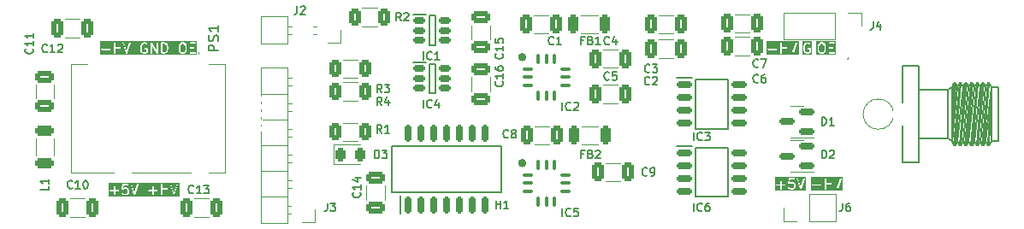
<source format=gbr>
%TF.GenerationSoftware,KiCad,Pcbnew,8.0.6*%
%TF.CreationDate,2024-11-11T23:30:30+07:00*%
%TF.ProjectId,panel,70616e65-6c2e-46b6-9963-61645f706362,rev?*%
%TF.SameCoordinates,PX6b0cc90PY5b8d800*%
%TF.FileFunction,Legend,Top*%
%TF.FilePolarity,Positive*%
%FSLAX46Y46*%
G04 Gerber Fmt 4.6, Leading zero omitted, Abs format (unit mm)*
G04 Created by KiCad (PCBNEW 8.0.6) date 2024-11-11 23:30:30*
%MOMM*%
%LPD*%
G01*
G04 APERTURE LIST*
G04 Aperture macros list*
%AMRoundRect*
0 Rectangle with rounded corners*
0 $1 Rounding radius*
0 $2 $3 $4 $5 $6 $7 $8 $9 X,Y pos of 4 corners*
0 Add a 4 corners polygon primitive as box body*
4,1,4,$2,$3,$4,$5,$6,$7,$8,$9,$2,$3,0*
0 Add four circle primitives for the rounded corners*
1,1,$1+$1,$2,$3*
1,1,$1+$1,$4,$5*
1,1,$1+$1,$6,$7*
1,1,$1+$1,$8,$9*
0 Add four rect primitives between the rounded corners*
20,1,$1+$1,$2,$3,$4,$5,0*
20,1,$1+$1,$4,$5,$6,$7,0*
20,1,$1+$1,$6,$7,$8,$9,0*
20,1,$1+$1,$8,$9,$2,$3,0*%
G04 Aperture macros list end*
%ADD10C,0.150000*%
%ADD11C,0.037500*%
%ADD12C,0.120000*%
%ADD13C,0.200000*%
%ADD14C,0.400000*%
%ADD15C,0.100000*%
%ADD16RoundRect,0.250000X-0.650000X0.325000X-0.650000X-0.325000X0.650000X-0.325000X0.650000X0.325000X0*%
%ADD17RoundRect,0.175000X0.175000X0.712500X-0.175000X0.712500X-0.175000X-0.712500X0.175000X-0.712500X0*%
%ADD18R,1.700000X1.700000*%
%ADD19O,1.700000X1.700000*%
%ADD20C,2.000000*%
%ADD21RoundRect,0.087500X0.462500X-0.087500X0.462500X0.087500X-0.462500X0.087500X-0.462500X-0.087500X0*%
%ADD22RoundRect,0.087500X-0.087500X-0.462500X0.087500X-0.462500X0.087500X0.462500X-0.087500X0.462500X0*%
%ADD23R,2.250000X2.250000*%
%ADD24RoundRect,0.250000X-0.325000X-0.650000X0.325000X-0.650000X0.325000X0.650000X-0.325000X0.650000X0*%
%ADD25RoundRect,0.250000X0.275000X0.700000X-0.275000X0.700000X-0.275000X-0.700000X0.275000X-0.700000X0*%
%ADD26RoundRect,0.250000X0.650000X-0.325000X0.650000X0.325000X-0.650000X0.325000X-0.650000X-0.325000X0*%
%ADD27C,0.500000*%
%ADD28RoundRect,0.150000X0.587500X0.150000X-0.587500X0.150000X-0.587500X-0.150000X0.587500X-0.150000X0*%
%ADD29RoundRect,0.243750X-0.243750X-0.456250X0.243750X-0.456250X0.243750X0.456250X-0.243750X0.456250X0*%
%ADD30RoundRect,0.150000X0.450000X-0.150000X0.450000X0.150000X-0.450000X0.150000X-0.450000X-0.150000X0*%
%ADD31RoundRect,0.250000X-0.312500X-0.625000X0.312500X-0.625000X0.312500X0.625000X-0.312500X0.625000X0*%
%ADD32R,2.350000X0.700000*%
%ADD33R,4.900000X4.800000*%
%ADD34RoundRect,0.162500X0.600000X-0.162500X0.600000X0.162500X-0.600000X0.162500X-0.600000X-0.162500X0*%
%ADD35RoundRect,0.250000X0.700000X-0.275000X0.700000X0.275000X-0.700000X0.275000X-0.700000X-0.275000X0*%
%ADD36RoundRect,0.250000X0.325000X0.650000X-0.325000X0.650000X-0.325000X-0.650000X0.325000X-0.650000X0*%
%ADD37R,1.200000X1.800000*%
G04 APERTURE END LIST*
D10*
G36*
X78195633Y17109070D02*
G01*
X77204364Y17109070D01*
X77204364Y17866610D01*
X77315475Y17866610D01*
X77315475Y17723753D01*
X77315726Y17721200D01*
X77315564Y17720107D01*
X77316373Y17714634D01*
X77316916Y17709121D01*
X77317338Y17708100D01*
X77317714Y17705563D01*
X77365333Y17515087D01*
X77365718Y17514008D01*
X77365757Y17513468D01*
X77368084Y17507387D01*
X77370280Y17501241D01*
X77370602Y17500806D01*
X77371012Y17499736D01*
X77418631Y17404498D01*
X77422594Y17398202D01*
X77423352Y17396372D01*
X77425041Y17394314D01*
X77426463Y17392055D01*
X77427961Y17390756D01*
X77432680Y17385006D01*
X77527918Y17289767D01*
X77539283Y17280439D01*
X77541773Y17279408D01*
X77543808Y17277643D01*
X77557234Y17271649D01*
X77700090Y17224030D01*
X77707345Y17222381D01*
X77709176Y17221622D01*
X77711829Y17221361D01*
X77714427Y17220770D01*
X77716401Y17220911D01*
X77723808Y17220181D01*
X77819046Y17220181D01*
X77826451Y17220911D01*
X77828426Y17220770D01*
X77831023Y17221361D01*
X77833678Y17221622D01*
X77835509Y17222381D01*
X77842763Y17224030D01*
X77985620Y17271649D01*
X77999045Y17277643D01*
X78001080Y17279409D01*
X78003571Y17280440D01*
X78014937Y17289768D01*
X78062555Y17337387D01*
X78071883Y17348753D01*
X78079164Y17366332D01*
X78083081Y17375788D01*
X78084522Y17390420D01*
X78084522Y17723753D01*
X78083081Y17738385D01*
X78071882Y17765421D01*
X78051190Y17786113D01*
X78024154Y17797312D01*
X78009522Y17798753D01*
X77819046Y17798753D01*
X77804414Y17797312D01*
X77777378Y17786113D01*
X77756686Y17765421D01*
X77745487Y17738385D01*
X77745487Y17709121D01*
X77756686Y17682085D01*
X77777378Y17661393D01*
X77804414Y17650194D01*
X77819046Y17648753D01*
X77934522Y17648753D01*
X77934522Y17421486D01*
X77921389Y17408353D01*
X77806876Y17370181D01*
X77735978Y17370181D01*
X77621465Y17408352D01*
X77547352Y17482466D01*
X77508858Y17559453D01*
X77465475Y17732987D01*
X77465475Y17857376D01*
X77508858Y18030910D01*
X77547352Y18107897D01*
X77621465Y18182010D01*
X77735978Y18220181D01*
X77848960Y18220181D01*
X77928362Y18180480D01*
X77942093Y18175225D01*
X77971283Y18173151D01*
X77999045Y18182405D01*
X78021152Y18201578D01*
X78034240Y18227753D01*
X78036314Y18256943D01*
X78027060Y18284704D01*
X78007887Y18306812D01*
X77995444Y18314644D01*
X77900206Y18362263D01*
X77886474Y18367518D01*
X77883786Y18367709D01*
X77881297Y18368740D01*
X77866665Y18370181D01*
X77723808Y18370181D01*
X77716401Y18369452D01*
X77714427Y18369592D01*
X77711829Y18369002D01*
X77709176Y18368740D01*
X77707345Y18367982D01*
X77700090Y18366332D01*
X77557234Y18318713D01*
X77543808Y18312719D01*
X77541773Y18310955D01*
X77539283Y18309923D01*
X77527918Y18300595D01*
X77432680Y18205357D01*
X77427961Y18199608D01*
X77426463Y18198308D01*
X77425041Y18196049D01*
X77423353Y18193992D01*
X77422595Y18192165D01*
X77418631Y18185865D01*
X77371012Y18090627D01*
X77370602Y18089558D01*
X77370280Y18089122D01*
X77368084Y18082977D01*
X77365757Y18076895D01*
X77365718Y18076356D01*
X77365333Y18075276D01*
X77317714Y17884800D01*
X77317338Y17882264D01*
X77316916Y17881242D01*
X77316373Y17875730D01*
X77315564Y17870256D01*
X77315726Y17869164D01*
X77315475Y17866610D01*
X77204364Y17866610D01*
X77204364Y18481292D01*
X78195633Y18481292D01*
X78195633Y17109070D01*
G37*
G36*
X76861711Y17109659D02*
G01*
X73681996Y17109659D01*
X73681996Y17690766D01*
X73793107Y17690766D01*
X73793107Y17661502D01*
X73804306Y17634466D01*
X73824998Y17613774D01*
X73852034Y17602575D01*
X73866666Y17601134D01*
X74628571Y17601134D01*
X74643203Y17602575D01*
X74670239Y17613774D01*
X74690931Y17634466D01*
X74702130Y17661502D01*
X74702130Y17690766D01*
X74690931Y17717802D01*
X74670239Y17738494D01*
X74643203Y17749693D01*
X74628571Y17751134D01*
X73866666Y17751134D01*
X73852034Y17749693D01*
X73824998Y17738494D01*
X73804306Y17717802D01*
X73793107Y17690766D01*
X73681996Y17690766D01*
X73681996Y18295181D01*
X75029761Y18295181D01*
X75029761Y17295181D01*
X75031202Y17280549D01*
X75042401Y17253513D01*
X75063093Y17232821D01*
X75090129Y17221622D01*
X75119393Y17221622D01*
X75146429Y17232821D01*
X75167121Y17253513D01*
X75178320Y17280549D01*
X75179761Y17295181D01*
X75179761Y17743991D01*
X75601189Y17743991D01*
X75601189Y17295181D01*
X75602630Y17280549D01*
X75613829Y17253513D01*
X75634521Y17232821D01*
X75661557Y17221622D01*
X75690821Y17221622D01*
X75717857Y17232821D01*
X75738549Y17253513D01*
X75749748Y17280549D01*
X75751189Y17295181D01*
X75751189Y18285801D01*
X75935112Y18285801D01*
X75938372Y18271464D01*
X76271705Y17271464D01*
X76277699Y17258039D01*
X76281209Y17253992D01*
X76283606Y17249198D01*
X76290714Y17243033D01*
X76296873Y17235932D01*
X76301662Y17233538D01*
X76305713Y17230024D01*
X76314638Y17227050D01*
X76323046Y17222845D01*
X76328390Y17222466D01*
X76333476Y17220770D01*
X76342856Y17221437D01*
X76352236Y17220770D01*
X76357321Y17222466D01*
X76362666Y17222845D01*
X76371076Y17227051D01*
X76379998Y17230024D01*
X76384045Y17233535D01*
X76388839Y17235931D01*
X76395002Y17243037D01*
X76402106Y17249198D01*
X76404501Y17253990D01*
X76408013Y17258038D01*
X76414007Y17271464D01*
X76747340Y18271464D01*
X76750600Y18285800D01*
X76748525Y18314990D01*
X76735439Y18341164D01*
X76713331Y18360338D01*
X76685569Y18369592D01*
X76656379Y18367517D01*
X76630206Y18354430D01*
X76611032Y18332323D01*
X76605038Y18318898D01*
X76342856Y17532352D01*
X76080674Y18318898D01*
X76074680Y18332324D01*
X76055506Y18354431D01*
X76029333Y18367517D01*
X76000143Y18369592D01*
X75972380Y18360338D01*
X75950273Y18341164D01*
X75937187Y18314991D01*
X75935112Y18285801D01*
X75751189Y18285801D01*
X75751189Y18295181D01*
X75749748Y18309813D01*
X75738549Y18336849D01*
X75717857Y18357541D01*
X75690821Y18368740D01*
X75661557Y18368740D01*
X75634521Y18357541D01*
X75613829Y18336849D01*
X75602630Y18309813D01*
X75601189Y18295181D01*
X75601189Y17893991D01*
X75179761Y17893991D01*
X75179761Y18295181D01*
X75178320Y18309813D01*
X75167121Y18336849D01*
X75146429Y18357541D01*
X75119393Y18368740D01*
X75090129Y18368740D01*
X75063093Y18357541D01*
X75042401Y18336849D01*
X75031202Y18309813D01*
X75029761Y18295181D01*
X73681996Y18295181D01*
X73681996Y18480703D01*
X76861711Y18480703D01*
X76861711Y17109659D01*
G37*
G36*
X77614092Y3659070D02*
G01*
X74529615Y3659070D01*
X74529615Y4240766D01*
X74640726Y4240766D01*
X74640726Y4211502D01*
X74651925Y4184466D01*
X74672617Y4163774D01*
X74699653Y4152575D01*
X74714285Y4151134D01*
X75020237Y4151134D01*
X75020237Y3845181D01*
X75021678Y3830549D01*
X75032877Y3803513D01*
X75053569Y3782821D01*
X75080605Y3771622D01*
X75109869Y3771622D01*
X75136905Y3782821D01*
X75157597Y3803513D01*
X75168796Y3830549D01*
X75170237Y3845181D01*
X75170237Y4151134D01*
X75476190Y4151134D01*
X75490822Y4152575D01*
X75517858Y4163774D01*
X75538550Y4184466D01*
X75549749Y4211502D01*
X75549749Y4240766D01*
X75538550Y4267802D01*
X75517858Y4288494D01*
X75490822Y4299693D01*
X75476190Y4301134D01*
X75170237Y4301134D01*
X75170237Y4361751D01*
X75830111Y4361751D01*
X75831202Y4358136D01*
X75831202Y4354360D01*
X75835396Y4344235D01*
X75838564Y4333735D01*
X75840955Y4330812D01*
X75842401Y4327323D01*
X75850154Y4319570D01*
X75857095Y4311087D01*
X75860421Y4309303D01*
X75863093Y4306631D01*
X75873220Y4302436D01*
X75882882Y4297253D01*
X75886641Y4296878D01*
X75890130Y4295432D01*
X75901091Y4295432D01*
X75912001Y4294341D01*
X75915617Y4295432D01*
X75919392Y4295432D01*
X75929517Y4299627D01*
X75940017Y4302794D01*
X75942940Y4305186D01*
X75946429Y4306631D01*
X75957794Y4315958D01*
X75996807Y4354971D01*
X76065323Y4389229D01*
X76268008Y4389229D01*
X76336524Y4354971D01*
X76366931Y4324564D01*
X76401189Y4256048D01*
X76401189Y4053363D01*
X76366930Y3984847D01*
X76336523Y3954439D01*
X76268008Y3920181D01*
X76065323Y3920181D01*
X75996807Y3954439D01*
X75957795Y3993452D01*
X75946429Y4002780D01*
X75919393Y4013979D01*
X75890130Y4013979D01*
X75863094Y4002781D01*
X75842401Y3982088D01*
X75831202Y3955052D01*
X75831202Y3925789D01*
X75842400Y3898753D01*
X75851727Y3887388D01*
X75899346Y3839768D01*
X75905095Y3835050D01*
X75906396Y3833550D01*
X75908655Y3832128D01*
X75910712Y3830440D01*
X75912539Y3829683D01*
X75918839Y3825718D01*
X76014077Y3778099D01*
X76027808Y3772844D01*
X76030497Y3772653D01*
X76032986Y3771622D01*
X76047618Y3770181D01*
X76285713Y3770181D01*
X76300345Y3771622D01*
X76302834Y3772654D01*
X76305522Y3772844D01*
X76319254Y3778099D01*
X76414492Y3825718D01*
X76420791Y3829683D01*
X76422619Y3830440D01*
X76424675Y3832128D01*
X76426935Y3833550D01*
X76428235Y3835050D01*
X76433985Y3839768D01*
X76481603Y3887387D01*
X76486321Y3893137D01*
X76487820Y3894436D01*
X76489241Y3896695D01*
X76490931Y3898753D01*
X76491688Y3900583D01*
X76495652Y3906879D01*
X76543271Y4002117D01*
X76548526Y4015848D01*
X76548717Y4018538D01*
X76549748Y4021026D01*
X76551189Y4035658D01*
X76551189Y4273753D01*
X76549748Y4288385D01*
X76548717Y4290874D01*
X76548526Y4293563D01*
X76543271Y4307294D01*
X76495652Y4402532D01*
X76491687Y4408832D01*
X76490930Y4410659D01*
X76489241Y4412716D01*
X76487820Y4414975D01*
X76486321Y4416275D01*
X76481603Y4422024D01*
X76433984Y4469643D01*
X76428234Y4474362D01*
X76426935Y4475860D01*
X76424675Y4477282D01*
X76422619Y4478970D01*
X76420791Y4479728D01*
X76414492Y4483692D01*
X76319254Y4531311D01*
X76305522Y4536566D01*
X76302834Y4536757D01*
X76300345Y4537788D01*
X76285713Y4539229D01*
X76047618Y4539229D01*
X76032986Y4537788D01*
X76030497Y4536758D01*
X76027808Y4536566D01*
X76014077Y4531311D01*
X75995435Y4521991D01*
X76020254Y4770181D01*
X76428570Y4770181D01*
X76443202Y4771622D01*
X76470238Y4782821D01*
X76490930Y4803513D01*
X76502129Y4830549D01*
X76502129Y4835801D01*
X76687493Y4835801D01*
X76690753Y4821464D01*
X77024086Y3821464D01*
X77030080Y3808039D01*
X77033590Y3803992D01*
X77035987Y3799198D01*
X77043095Y3793033D01*
X77049254Y3785932D01*
X77054043Y3783538D01*
X77058094Y3780024D01*
X77067019Y3777050D01*
X77075427Y3772845D01*
X77080771Y3772466D01*
X77085857Y3770770D01*
X77095237Y3771437D01*
X77104617Y3770770D01*
X77109702Y3772466D01*
X77115047Y3772845D01*
X77123457Y3777051D01*
X77132379Y3780024D01*
X77136426Y3783535D01*
X77141220Y3785931D01*
X77147383Y3793037D01*
X77154487Y3799198D01*
X77156882Y3803990D01*
X77160394Y3808038D01*
X77166388Y3821464D01*
X77499721Y4821464D01*
X77502981Y4835800D01*
X77500906Y4864990D01*
X77487820Y4891164D01*
X77465712Y4910338D01*
X77437950Y4919592D01*
X77408760Y4917517D01*
X77382587Y4904430D01*
X77363413Y4882323D01*
X77357419Y4868898D01*
X77095237Y4082352D01*
X76833055Y4868898D01*
X76827061Y4882324D01*
X76807887Y4904431D01*
X76781714Y4917517D01*
X76752524Y4919592D01*
X76724761Y4910338D01*
X76702654Y4891164D01*
X76689568Y4864991D01*
X76687493Y4835801D01*
X76502129Y4835801D01*
X76502129Y4859813D01*
X76490930Y4886849D01*
X76470238Y4907541D01*
X76443202Y4918740D01*
X76428570Y4920181D01*
X75952380Y4920181D01*
X75946968Y4919649D01*
X75945140Y4919831D01*
X75943353Y4919293D01*
X75937748Y4918740D01*
X75927621Y4914546D01*
X75917124Y4911378D01*
X75914200Y4908987D01*
X75910712Y4907541D01*
X75902958Y4899788D01*
X75894476Y4892847D01*
X75892691Y4889521D01*
X75890020Y4886849D01*
X75885824Y4876720D01*
X75880642Y4867060D01*
X75879534Y4861536D01*
X75878821Y4859813D01*
X75878821Y4857977D01*
X75877752Y4852644D01*
X75830133Y4376454D01*
X75830111Y4361751D01*
X75170237Y4361751D01*
X75170237Y4607086D01*
X75168796Y4621718D01*
X75157597Y4648754D01*
X75136905Y4669446D01*
X75109869Y4680645D01*
X75080605Y4680645D01*
X75053569Y4669446D01*
X75032877Y4648754D01*
X75021678Y4621718D01*
X75020237Y4607086D01*
X75020237Y4301134D01*
X74714285Y4301134D01*
X74699653Y4299693D01*
X74672617Y4288494D01*
X74651925Y4267802D01*
X74640726Y4240766D01*
X74529615Y4240766D01*
X74529615Y5031292D01*
X77614092Y5031292D01*
X77614092Y3659070D01*
G37*
G36*
X79293667Y18185923D02*
G01*
X79365609Y18113981D01*
X79405951Y17952614D01*
X79405951Y17637749D01*
X79365609Y17476383D01*
X79293666Y17404439D01*
X79225151Y17370181D01*
X79070085Y17370181D01*
X79001569Y17404439D01*
X78929626Y17476383D01*
X78889285Y17637749D01*
X78889285Y17952614D01*
X78929626Y18113981D01*
X79001569Y18185923D01*
X79070085Y18220181D01*
X79225151Y18220181D01*
X79293667Y18185923D01*
G37*
G36*
X80570383Y17109070D02*
G01*
X78628174Y17109070D01*
X78628174Y17961848D01*
X78739285Y17961848D01*
X78739285Y17628515D01*
X78739536Y17625962D01*
X78739374Y17624869D01*
X78740183Y17619396D01*
X78740726Y17613883D01*
X78741148Y17612862D01*
X78741524Y17610325D01*
X78789143Y17419849D01*
X78794090Y17406003D01*
X78797409Y17401524D01*
X78799543Y17396372D01*
X78808871Y17385006D01*
X78904109Y17289767D01*
X78909859Y17285047D01*
X78911158Y17283550D01*
X78913412Y17282131D01*
X78915474Y17280439D01*
X78917306Y17279681D01*
X78923601Y17275718D01*
X79018839Y17228099D01*
X79032570Y17222844D01*
X79035259Y17222653D01*
X79037748Y17221622D01*
X79052380Y17220181D01*
X79242856Y17220181D01*
X79257488Y17221622D01*
X79259977Y17222654D01*
X79262665Y17222844D01*
X79276397Y17228099D01*
X79371635Y17275718D01*
X79377934Y17279683D01*
X79379762Y17280440D01*
X79381818Y17282129D01*
X79384078Y17283550D01*
X79385377Y17285049D01*
X79391127Y17289767D01*
X79486366Y17385007D01*
X79495693Y17396372D01*
X79497826Y17401524D01*
X79501146Y17406003D01*
X79506093Y17419849D01*
X79553712Y17610325D01*
X79554087Y17612862D01*
X79554510Y17613883D01*
X79555052Y17619396D01*
X79555862Y17624869D01*
X79555699Y17625962D01*
X79555951Y17628515D01*
X79555951Y17961848D01*
X79555699Y17964402D01*
X79555862Y17965494D01*
X79555052Y17970968D01*
X79554510Y17976480D01*
X79554087Y17977502D01*
X79553712Y17980038D01*
X79506093Y18170514D01*
X79501146Y18184360D01*
X79497827Y18188839D01*
X79495693Y18193992D01*
X79486365Y18205357D01*
X79396541Y18295181D01*
X79834523Y18295181D01*
X79834523Y17295181D01*
X79835964Y17280549D01*
X79847163Y17253513D01*
X79867855Y17232821D01*
X79894891Y17221622D01*
X79909523Y17220181D01*
X80385713Y17220181D01*
X80400345Y17221622D01*
X80427381Y17232821D01*
X80448073Y17253513D01*
X80459272Y17280549D01*
X80459272Y17309813D01*
X80448073Y17336849D01*
X80427381Y17357541D01*
X80400345Y17368740D01*
X80385713Y17370181D01*
X79984523Y17370181D01*
X79984523Y17743991D01*
X80242856Y17743991D01*
X80257488Y17745432D01*
X80284524Y17756631D01*
X80305216Y17777323D01*
X80316415Y17804359D01*
X80316415Y17833623D01*
X80305216Y17860659D01*
X80284524Y17881351D01*
X80257488Y17892550D01*
X80242856Y17893991D01*
X79984523Y17893991D01*
X79984523Y18220181D01*
X80385713Y18220181D01*
X80400345Y18221622D01*
X80427381Y18232821D01*
X80448073Y18253513D01*
X80459272Y18280549D01*
X80459272Y18309813D01*
X80448073Y18336849D01*
X80427381Y18357541D01*
X80400345Y18368740D01*
X80385713Y18370181D01*
X79909523Y18370181D01*
X79894891Y18368740D01*
X79867855Y18357541D01*
X79847163Y18336849D01*
X79835964Y18309813D01*
X79834523Y18295181D01*
X79396541Y18295181D01*
X79391127Y18300595D01*
X79385377Y18305314D01*
X79384078Y18306812D01*
X79381818Y18308234D01*
X79379762Y18309922D01*
X79377934Y18310680D01*
X79371635Y18314644D01*
X79276397Y18362263D01*
X79262665Y18367518D01*
X79259977Y18367709D01*
X79257488Y18368740D01*
X79242856Y18370181D01*
X79052380Y18370181D01*
X79037748Y18368740D01*
X79035259Y18367710D01*
X79032570Y18367518D01*
X79018839Y18362263D01*
X78923601Y18314644D01*
X78917306Y18310682D01*
X78915474Y18309923D01*
X78913412Y18308232D01*
X78911158Y18306812D01*
X78909859Y18305316D01*
X78904109Y18300595D01*
X78808871Y18205357D01*
X78799544Y18193992D01*
X78797410Y18188842D01*
X78794090Y18184360D01*
X78789143Y18170514D01*
X78741524Y17980038D01*
X78741148Y17977502D01*
X78740726Y17976480D01*
X78740183Y17970968D01*
X78739374Y17965494D01*
X78739536Y17964402D01*
X78739285Y17961848D01*
X78628174Y17961848D01*
X78628174Y18481292D01*
X80570383Y18481292D01*
X80570383Y17109070D01*
G37*
G36*
X81261711Y3659659D02*
G01*
X78081996Y3659659D01*
X78081996Y4240766D01*
X78193107Y4240766D01*
X78193107Y4211502D01*
X78204306Y4184466D01*
X78224998Y4163774D01*
X78252034Y4152575D01*
X78266666Y4151134D01*
X78572618Y4151134D01*
X78572618Y3845181D01*
X78574059Y3830549D01*
X78585258Y3803513D01*
X78605950Y3782821D01*
X78632986Y3771622D01*
X78662250Y3771622D01*
X78689286Y3782821D01*
X78709978Y3803513D01*
X78721177Y3830549D01*
X78722618Y3845181D01*
X78722618Y4151134D01*
X79028571Y4151134D01*
X79043203Y4152575D01*
X79070239Y4163774D01*
X79090931Y4184466D01*
X79102130Y4211502D01*
X79102130Y4240766D01*
X79090931Y4267802D01*
X79070239Y4288494D01*
X79043203Y4299693D01*
X79028571Y4301134D01*
X78722618Y4301134D01*
X78722618Y4607086D01*
X78721177Y4621718D01*
X78709978Y4648754D01*
X78689286Y4669446D01*
X78662250Y4680645D01*
X78632986Y4680645D01*
X78605950Y4669446D01*
X78585258Y4648754D01*
X78574059Y4621718D01*
X78572618Y4607086D01*
X78572618Y4301134D01*
X78266666Y4301134D01*
X78252034Y4299693D01*
X78224998Y4288494D01*
X78204306Y4267802D01*
X78193107Y4240766D01*
X78081996Y4240766D01*
X78081996Y4845181D01*
X79429761Y4845181D01*
X79429761Y3845181D01*
X79431202Y3830549D01*
X79442401Y3803513D01*
X79463093Y3782821D01*
X79490129Y3771622D01*
X79519393Y3771622D01*
X79546429Y3782821D01*
X79567121Y3803513D01*
X79578320Y3830549D01*
X79579761Y3845181D01*
X79579761Y4293991D01*
X80001189Y4293991D01*
X80001189Y3845181D01*
X80002630Y3830549D01*
X80013829Y3803513D01*
X80034521Y3782821D01*
X80061557Y3771622D01*
X80090821Y3771622D01*
X80117857Y3782821D01*
X80138549Y3803513D01*
X80149748Y3830549D01*
X80151189Y3845181D01*
X80151189Y4835801D01*
X80335112Y4835801D01*
X80338372Y4821464D01*
X80671705Y3821464D01*
X80677699Y3808039D01*
X80681209Y3803992D01*
X80683606Y3799198D01*
X80690714Y3793033D01*
X80696873Y3785932D01*
X80701662Y3783538D01*
X80705713Y3780024D01*
X80714638Y3777050D01*
X80723046Y3772845D01*
X80728390Y3772466D01*
X80733476Y3770770D01*
X80742856Y3771437D01*
X80752236Y3770770D01*
X80757321Y3772466D01*
X80762666Y3772845D01*
X80771076Y3777051D01*
X80779998Y3780024D01*
X80784045Y3783535D01*
X80788839Y3785931D01*
X80795002Y3793037D01*
X80802106Y3799198D01*
X80804501Y3803990D01*
X80808013Y3808038D01*
X80814007Y3821464D01*
X81147340Y4821464D01*
X81150600Y4835800D01*
X81148525Y4864990D01*
X81135439Y4891164D01*
X81113331Y4910338D01*
X81085569Y4919592D01*
X81056379Y4917517D01*
X81030206Y4904430D01*
X81011032Y4882323D01*
X81005038Y4868898D01*
X80742856Y4082352D01*
X80480674Y4868898D01*
X80474680Y4882324D01*
X80455506Y4904431D01*
X80429333Y4917517D01*
X80400143Y4919592D01*
X80372380Y4910338D01*
X80350273Y4891164D01*
X80337187Y4864991D01*
X80335112Y4835801D01*
X80151189Y4835801D01*
X80151189Y4845181D01*
X80149748Y4859813D01*
X80138549Y4886849D01*
X80117857Y4907541D01*
X80090821Y4918740D01*
X80061557Y4918740D01*
X80034521Y4907541D01*
X80013829Y4886849D01*
X80002630Y4859813D01*
X80001189Y4845181D01*
X80001189Y4443991D01*
X79579761Y4443991D01*
X79579761Y4845181D01*
X79578320Y4859813D01*
X79567121Y4886849D01*
X79546429Y4907541D01*
X79519393Y4918740D01*
X79490129Y4918740D01*
X79463093Y4907541D01*
X79442401Y4886849D01*
X79431202Y4859813D01*
X79429761Y4845181D01*
X78081996Y4845181D01*
X78081996Y5030703D01*
X81261711Y5030703D01*
X81261711Y3659659D01*
G37*
G36*
X15566476Y3109069D02*
G01*
X8577237Y3109069D01*
X8577237Y3690765D01*
X8688348Y3690765D01*
X8688348Y3661501D01*
X8699547Y3634465D01*
X8720239Y3613773D01*
X8747275Y3602574D01*
X8761907Y3601133D01*
X9067859Y3601133D01*
X9067859Y3295180D01*
X9069300Y3280548D01*
X9080499Y3253512D01*
X9101191Y3232820D01*
X9128227Y3221621D01*
X9157491Y3221621D01*
X9184527Y3232820D01*
X9205219Y3253512D01*
X9216418Y3280548D01*
X9217859Y3295180D01*
X9217859Y3601133D01*
X9523812Y3601133D01*
X9538444Y3602574D01*
X9565480Y3613773D01*
X9586172Y3634465D01*
X9597371Y3661501D01*
X9597371Y3690765D01*
X9586172Y3717801D01*
X9565480Y3738493D01*
X9538444Y3749692D01*
X9523812Y3751133D01*
X9217859Y3751133D01*
X9217859Y3811750D01*
X9877733Y3811750D01*
X9878824Y3808135D01*
X9878824Y3804359D01*
X9883018Y3794234D01*
X9886186Y3783734D01*
X9888577Y3780811D01*
X9890023Y3777322D01*
X9897776Y3769569D01*
X9904717Y3761086D01*
X9908043Y3759302D01*
X9910715Y3756630D01*
X9920842Y3752435D01*
X9930504Y3747252D01*
X9934263Y3746877D01*
X9937752Y3745431D01*
X9948713Y3745431D01*
X9959623Y3744340D01*
X9963239Y3745431D01*
X9967014Y3745431D01*
X9977139Y3749626D01*
X9987639Y3752793D01*
X9990562Y3755185D01*
X9994051Y3756630D01*
X10005416Y3765957D01*
X10044429Y3804970D01*
X10112945Y3839228D01*
X10315630Y3839228D01*
X10384146Y3804970D01*
X10414553Y3774563D01*
X10448811Y3706047D01*
X10448811Y3503362D01*
X10414552Y3434846D01*
X10384145Y3404438D01*
X10315630Y3370180D01*
X10112945Y3370180D01*
X10044429Y3404438D01*
X10005417Y3443451D01*
X9994051Y3452779D01*
X9967015Y3463978D01*
X9937752Y3463978D01*
X9910716Y3452780D01*
X9890023Y3432087D01*
X9878824Y3405051D01*
X9878824Y3375788D01*
X9890022Y3348752D01*
X9899349Y3337387D01*
X9946968Y3289767D01*
X9952717Y3285049D01*
X9954018Y3283549D01*
X9956277Y3282127D01*
X9958334Y3280439D01*
X9960161Y3279682D01*
X9966461Y3275717D01*
X10061699Y3228098D01*
X10075430Y3222843D01*
X10078119Y3222652D01*
X10080608Y3221621D01*
X10095240Y3220180D01*
X10333335Y3220180D01*
X10347967Y3221621D01*
X10350456Y3222653D01*
X10353144Y3222843D01*
X10366876Y3228098D01*
X10462114Y3275717D01*
X10468413Y3279682D01*
X10470241Y3280439D01*
X10472297Y3282127D01*
X10474557Y3283549D01*
X10475857Y3285049D01*
X10481607Y3289767D01*
X10529225Y3337386D01*
X10533943Y3343136D01*
X10535442Y3344435D01*
X10536863Y3346694D01*
X10538553Y3348752D01*
X10539310Y3350582D01*
X10543274Y3356878D01*
X10590893Y3452116D01*
X10596148Y3465847D01*
X10596339Y3468537D01*
X10597370Y3471025D01*
X10598811Y3485657D01*
X10598811Y3723752D01*
X10597370Y3738384D01*
X10596339Y3740873D01*
X10596148Y3743562D01*
X10590893Y3757293D01*
X10543274Y3852531D01*
X10539309Y3858831D01*
X10538552Y3860658D01*
X10536863Y3862715D01*
X10535442Y3864974D01*
X10533943Y3866274D01*
X10529225Y3872023D01*
X10481606Y3919642D01*
X10475856Y3924361D01*
X10474557Y3925859D01*
X10472297Y3927281D01*
X10470241Y3928969D01*
X10468413Y3929727D01*
X10462114Y3933691D01*
X10366876Y3981310D01*
X10353144Y3986565D01*
X10350456Y3986756D01*
X10347967Y3987787D01*
X10333335Y3989228D01*
X10095240Y3989228D01*
X10080608Y3987787D01*
X10078119Y3986757D01*
X10075430Y3986565D01*
X10061699Y3981310D01*
X10043057Y3971990D01*
X10067876Y4220180D01*
X10476192Y4220180D01*
X10490824Y4221621D01*
X10517860Y4232820D01*
X10538552Y4253512D01*
X10549751Y4280548D01*
X10549751Y4285800D01*
X10735115Y4285800D01*
X10738375Y4271463D01*
X11071708Y3271463D01*
X11077702Y3258038D01*
X11081212Y3253991D01*
X11083609Y3249197D01*
X11090717Y3243032D01*
X11096876Y3235931D01*
X11101665Y3233537D01*
X11105716Y3230023D01*
X11114641Y3227049D01*
X11123049Y3222844D01*
X11128393Y3222465D01*
X11133479Y3220769D01*
X11142859Y3221436D01*
X11152239Y3220769D01*
X11157324Y3222465D01*
X11162669Y3222844D01*
X11171079Y3227050D01*
X11180001Y3230023D01*
X11184048Y3233534D01*
X11188842Y3235930D01*
X11195005Y3243036D01*
X11202109Y3249197D01*
X11204504Y3253989D01*
X11208016Y3258037D01*
X11214010Y3271463D01*
X11353777Y3690765D01*
X12497872Y3690765D01*
X12497872Y3661501D01*
X12509071Y3634465D01*
X12529763Y3613773D01*
X12556799Y3602574D01*
X12571431Y3601133D01*
X12877383Y3601133D01*
X12877383Y3295180D01*
X12878824Y3280548D01*
X12890023Y3253512D01*
X12910715Y3232820D01*
X12937751Y3221621D01*
X12967015Y3221621D01*
X12994051Y3232820D01*
X13014743Y3253512D01*
X13025942Y3280548D01*
X13027383Y3295180D01*
X13027383Y3601133D01*
X13333336Y3601133D01*
X13347968Y3602574D01*
X13375004Y3613773D01*
X13395696Y3634465D01*
X13406895Y3661501D01*
X13406895Y3690765D01*
X13395696Y3717801D01*
X13375004Y3738493D01*
X13347968Y3749692D01*
X13333336Y3751133D01*
X13027383Y3751133D01*
X13027383Y4057085D01*
X13025942Y4071717D01*
X13014743Y4098753D01*
X12994051Y4119445D01*
X12967015Y4130644D01*
X12937751Y4130644D01*
X12910715Y4119445D01*
X12890023Y4098753D01*
X12878824Y4071717D01*
X12877383Y4057085D01*
X12877383Y3751133D01*
X12571431Y3751133D01*
X12556799Y3749692D01*
X12529763Y3738493D01*
X12509071Y3717801D01*
X12497872Y3690765D01*
X11353777Y3690765D01*
X11547343Y4271463D01*
X11550603Y4285799D01*
X11549936Y4295180D01*
X13734526Y4295180D01*
X13734526Y3295180D01*
X13735967Y3280548D01*
X13747166Y3253512D01*
X13767858Y3232820D01*
X13794894Y3221621D01*
X13824158Y3221621D01*
X13851194Y3232820D01*
X13871886Y3253512D01*
X13883085Y3280548D01*
X13884526Y3295180D01*
X13884526Y3743990D01*
X14305954Y3743990D01*
X14305954Y3295180D01*
X14307395Y3280548D01*
X14318594Y3253512D01*
X14339286Y3232820D01*
X14366322Y3221621D01*
X14395586Y3221621D01*
X14422622Y3232820D01*
X14443314Y3253512D01*
X14454513Y3280548D01*
X14455954Y3295180D01*
X14455954Y4285800D01*
X14639877Y4285800D01*
X14643137Y4271463D01*
X14976470Y3271463D01*
X14982464Y3258038D01*
X14985974Y3253991D01*
X14988371Y3249197D01*
X14995479Y3243032D01*
X15001638Y3235931D01*
X15006427Y3233537D01*
X15010478Y3230023D01*
X15019403Y3227049D01*
X15027811Y3222844D01*
X15033155Y3222465D01*
X15038241Y3220769D01*
X15047621Y3221436D01*
X15057001Y3220769D01*
X15062086Y3222465D01*
X15067431Y3222844D01*
X15075841Y3227050D01*
X15084763Y3230023D01*
X15088810Y3233534D01*
X15093604Y3235930D01*
X15099767Y3243036D01*
X15106871Y3249197D01*
X15109266Y3253989D01*
X15112778Y3258037D01*
X15118772Y3271463D01*
X15452105Y4271463D01*
X15455365Y4285799D01*
X15453290Y4314989D01*
X15440204Y4341163D01*
X15418096Y4360337D01*
X15390334Y4369591D01*
X15361144Y4367516D01*
X15334971Y4354429D01*
X15315797Y4332322D01*
X15309803Y4318897D01*
X15047621Y3532351D01*
X14785439Y4318897D01*
X14779445Y4332323D01*
X14760271Y4354430D01*
X14734098Y4367516D01*
X14704908Y4369591D01*
X14677145Y4360337D01*
X14655038Y4341163D01*
X14641952Y4314990D01*
X14639877Y4285800D01*
X14455954Y4285800D01*
X14455954Y4295180D01*
X14454513Y4309812D01*
X14443314Y4336848D01*
X14422622Y4357540D01*
X14395586Y4368739D01*
X14366322Y4368739D01*
X14339286Y4357540D01*
X14318594Y4336848D01*
X14307395Y4309812D01*
X14305954Y4295180D01*
X14305954Y3893990D01*
X13884526Y3893990D01*
X13884526Y4295180D01*
X13883085Y4309812D01*
X13871886Y4336848D01*
X13851194Y4357540D01*
X13824158Y4368739D01*
X13794894Y4368739D01*
X13767858Y4357540D01*
X13747166Y4336848D01*
X13735967Y4309812D01*
X13734526Y4295180D01*
X11549936Y4295180D01*
X11548528Y4314989D01*
X11535442Y4341163D01*
X11513334Y4360337D01*
X11485572Y4369591D01*
X11456382Y4367516D01*
X11430209Y4354429D01*
X11411035Y4332322D01*
X11405041Y4318897D01*
X11142859Y3532351D01*
X10880677Y4318897D01*
X10874683Y4332323D01*
X10855509Y4354430D01*
X10829336Y4367516D01*
X10800146Y4369591D01*
X10772383Y4360337D01*
X10750276Y4341163D01*
X10737190Y4314990D01*
X10735115Y4285800D01*
X10549751Y4285800D01*
X10549751Y4309812D01*
X10538552Y4336848D01*
X10517860Y4357540D01*
X10490824Y4368739D01*
X10476192Y4370180D01*
X10000002Y4370180D01*
X9994590Y4369648D01*
X9992762Y4369830D01*
X9990975Y4369292D01*
X9985370Y4368739D01*
X9975243Y4364545D01*
X9964746Y4361377D01*
X9961822Y4358986D01*
X9958334Y4357540D01*
X9950580Y4349787D01*
X9942098Y4342846D01*
X9940313Y4339520D01*
X9937642Y4336848D01*
X9933446Y4326719D01*
X9928264Y4317059D01*
X9927156Y4311535D01*
X9926443Y4309812D01*
X9926443Y4307976D01*
X9925374Y4302643D01*
X9877755Y3826453D01*
X9877733Y3811750D01*
X9217859Y3811750D01*
X9217859Y4057085D01*
X9216418Y4071717D01*
X9205219Y4098753D01*
X9184527Y4119445D01*
X9157491Y4130644D01*
X9128227Y4130644D01*
X9101191Y4119445D01*
X9080499Y4098753D01*
X9069300Y4071717D01*
X9067859Y4057085D01*
X9067859Y3751133D01*
X8761907Y3751133D01*
X8747275Y3749692D01*
X8720239Y3738493D01*
X8699547Y3717801D01*
X8688348Y3690765D01*
X8577237Y3690765D01*
X8577237Y4481291D01*
X15566476Y4481291D01*
X15566476Y3109069D01*
G37*
G36*
X14197583Y18182009D02*
G01*
X14271696Y18107896D01*
X14310189Y18030909D01*
X14353573Y17857375D01*
X14353573Y17732986D01*
X14310189Y17559452D01*
X14271695Y17482465D01*
X14197583Y17408352D01*
X14083070Y17370180D01*
X13932145Y17370180D01*
X13932145Y18220180D01*
X14083070Y18220180D01*
X14197583Y18182009D01*
G37*
G36*
X16050813Y18185922D02*
G01*
X16122755Y18113980D01*
X16163097Y17952613D01*
X16163097Y17637748D01*
X16122755Y17476382D01*
X16050812Y17404438D01*
X15982297Y17370180D01*
X15827231Y17370180D01*
X15758715Y17404438D01*
X15686772Y17476382D01*
X15646431Y17637748D01*
X15646431Y17952613D01*
X15686772Y18113980D01*
X15758715Y18185922D01*
X15827231Y18220180D01*
X15982297Y18220180D01*
X16050813Y18185922D01*
G37*
G36*
X17327529Y17109069D02*
G01*
X7720094Y17109069D01*
X7720094Y17690765D01*
X7831205Y17690765D01*
X7831205Y17661501D01*
X7842404Y17634465D01*
X7863096Y17613773D01*
X7890132Y17602574D01*
X7904764Y17601133D01*
X8666669Y17601133D01*
X8681301Y17602574D01*
X8708337Y17613773D01*
X8729029Y17634465D01*
X8740228Y17661501D01*
X8740228Y17690765D01*
X8729029Y17717801D01*
X8708337Y17738493D01*
X8681301Y17749692D01*
X8666669Y17751133D01*
X7904764Y17751133D01*
X7890132Y17749692D01*
X7863096Y17738493D01*
X7842404Y17717801D01*
X7831205Y17690765D01*
X7720094Y17690765D01*
X7720094Y18295180D01*
X9067859Y18295180D01*
X9067859Y17295180D01*
X9069300Y17280548D01*
X9080499Y17253512D01*
X9101191Y17232820D01*
X9128227Y17221621D01*
X9157491Y17221621D01*
X9184527Y17232820D01*
X9205219Y17253512D01*
X9216418Y17280548D01*
X9217859Y17295180D01*
X9217859Y17743990D01*
X9639287Y17743990D01*
X9639287Y17295180D01*
X9640728Y17280548D01*
X9651927Y17253512D01*
X9672619Y17232820D01*
X9699655Y17221621D01*
X9728919Y17221621D01*
X9755955Y17232820D01*
X9776647Y17253512D01*
X9787846Y17280548D01*
X9789287Y17295180D01*
X9789287Y18285800D01*
X9973210Y18285800D01*
X9976470Y18271463D01*
X10309803Y17271463D01*
X10315797Y17258038D01*
X10319307Y17253991D01*
X10321704Y17249197D01*
X10328812Y17243032D01*
X10334971Y17235931D01*
X10339760Y17233537D01*
X10343811Y17230023D01*
X10352736Y17227049D01*
X10361144Y17222844D01*
X10366488Y17222465D01*
X10371574Y17220769D01*
X10380954Y17221436D01*
X10390334Y17220769D01*
X10395419Y17222465D01*
X10400764Y17222844D01*
X10409174Y17227050D01*
X10418096Y17230023D01*
X10422143Y17233534D01*
X10426937Y17235930D01*
X10433100Y17243036D01*
X10440204Y17249197D01*
X10442599Y17253989D01*
X10446111Y17258037D01*
X10452105Y17271463D01*
X10650487Y17866609D01*
X11686907Y17866609D01*
X11686907Y17723752D01*
X11687158Y17721199D01*
X11686996Y17720106D01*
X11687805Y17714633D01*
X11688348Y17709120D01*
X11688770Y17708099D01*
X11689146Y17705562D01*
X11736765Y17515086D01*
X11737150Y17514007D01*
X11737189Y17513467D01*
X11739516Y17507386D01*
X11741712Y17501240D01*
X11742034Y17500805D01*
X11742444Y17499735D01*
X11790063Y17404497D01*
X11794026Y17398201D01*
X11794784Y17396371D01*
X11796473Y17394313D01*
X11797895Y17392054D01*
X11799393Y17390755D01*
X11804112Y17385005D01*
X11899350Y17289766D01*
X11910715Y17280438D01*
X11913205Y17279407D01*
X11915240Y17277642D01*
X11928666Y17271648D01*
X12071522Y17224029D01*
X12078777Y17222380D01*
X12080608Y17221621D01*
X12083261Y17221360D01*
X12085859Y17220769D01*
X12087833Y17220910D01*
X12095240Y17220180D01*
X12190478Y17220180D01*
X12197883Y17220910D01*
X12199858Y17220769D01*
X12202455Y17221360D01*
X12205110Y17221621D01*
X12206941Y17222380D01*
X12214195Y17224029D01*
X12357052Y17271648D01*
X12370477Y17277642D01*
X12372512Y17279408D01*
X12375003Y17280439D01*
X12386369Y17289767D01*
X12433987Y17337386D01*
X12443315Y17348752D01*
X12451053Y17367434D01*
X12454513Y17375787D01*
X12455954Y17390419D01*
X12455954Y17723752D01*
X12454513Y17738384D01*
X12443314Y17765420D01*
X12422622Y17786112D01*
X12395586Y17797311D01*
X12380954Y17798752D01*
X12190478Y17798752D01*
X12175846Y17797311D01*
X12148810Y17786112D01*
X12128118Y17765420D01*
X12116919Y17738384D01*
X12116919Y17709120D01*
X12128118Y17682084D01*
X12148810Y17661392D01*
X12175846Y17650193D01*
X12190478Y17648752D01*
X12305954Y17648752D01*
X12305954Y17421485D01*
X12292821Y17408352D01*
X12178308Y17370180D01*
X12107410Y17370180D01*
X11992897Y17408351D01*
X11918784Y17482465D01*
X11880290Y17559452D01*
X11836907Y17732986D01*
X11836907Y17857375D01*
X11880290Y18030909D01*
X11918784Y18107896D01*
X11992897Y18182009D01*
X12107410Y18220180D01*
X12220392Y18220180D01*
X12299794Y18180479D01*
X12313525Y18175224D01*
X12342715Y18173150D01*
X12370477Y18182404D01*
X12392584Y18201577D01*
X12405672Y18227752D01*
X12407746Y18256942D01*
X12398492Y18284703D01*
X12389406Y18295180D01*
X12734526Y18295180D01*
X12734526Y17295180D01*
X12735967Y17280548D01*
X12747166Y17253512D01*
X12767858Y17232820D01*
X12794894Y17221621D01*
X12824158Y17221621D01*
X12851194Y17232820D01*
X12871886Y17253512D01*
X12883085Y17280548D01*
X12884526Y17295180D01*
X12884526Y18012764D01*
X13315836Y17257969D01*
X13318025Y17254885D01*
X13318594Y17253512D01*
X13319991Y17252115D01*
X13324346Y17245980D01*
X13332234Y17239872D01*
X13339286Y17232820D01*
X13343704Y17230990D01*
X13347484Y17228063D01*
X13357105Y17225439D01*
X13366322Y17221621D01*
X13371103Y17221621D01*
X13375715Y17220363D01*
X13385612Y17221621D01*
X13395586Y17221621D01*
X13400001Y17223451D01*
X13404745Y17224053D01*
X13413409Y17229004D01*
X13422622Y17232820D01*
X13426000Y17236199D01*
X13430154Y17238572D01*
X13436263Y17246462D01*
X13443314Y17253512D01*
X13445143Y17257929D01*
X13448071Y17261709D01*
X13450695Y17271333D01*
X13454513Y17280548D01*
X13455249Y17288031D01*
X13455771Y17289941D01*
X13455583Y17291417D01*
X13455954Y17295180D01*
X13455954Y18295180D01*
X13782145Y18295180D01*
X13782145Y17295180D01*
X13783586Y17280548D01*
X13794785Y17253512D01*
X13815477Y17232820D01*
X13842513Y17221621D01*
X13857145Y17220180D01*
X14095240Y17220180D01*
X14102645Y17220910D01*
X14104620Y17220769D01*
X14107217Y17221360D01*
X14109872Y17221621D01*
X14111703Y17222380D01*
X14118957Y17224029D01*
X14261814Y17271648D01*
X14275239Y17277642D01*
X14277274Y17279408D01*
X14279765Y17280439D01*
X14291130Y17289766D01*
X14386369Y17385006D01*
X14391086Y17390755D01*
X14392585Y17392054D01*
X14394006Y17394313D01*
X14395696Y17396371D01*
X14396453Y17398201D01*
X14400417Y17404497D01*
X14448036Y17499735D01*
X14448445Y17500805D01*
X14448768Y17501240D01*
X14450960Y17507377D01*
X14453291Y17513466D01*
X14453329Y17514007D01*
X14453715Y17515086D01*
X14501334Y17705562D01*
X14501709Y17708099D01*
X14502132Y17709120D01*
X14502674Y17714633D01*
X14503484Y17720106D01*
X14503321Y17721199D01*
X14503573Y17723752D01*
X14503573Y17866609D01*
X14503321Y17869163D01*
X14503484Y17870255D01*
X14502674Y17875729D01*
X14502132Y17881241D01*
X14501709Y17882263D01*
X14501334Y17884799D01*
X14482072Y17961847D01*
X15496431Y17961847D01*
X15496431Y17628514D01*
X15496682Y17625961D01*
X15496520Y17624868D01*
X15497329Y17619395D01*
X15497872Y17613882D01*
X15498294Y17612861D01*
X15498670Y17610324D01*
X15546289Y17419848D01*
X15551236Y17406002D01*
X15554555Y17401523D01*
X15556689Y17396371D01*
X15566017Y17385005D01*
X15661255Y17289766D01*
X15667005Y17285046D01*
X15668304Y17283549D01*
X15670558Y17282130D01*
X15672620Y17280438D01*
X15674452Y17279680D01*
X15680747Y17275717D01*
X15775985Y17228098D01*
X15789716Y17222843D01*
X15792405Y17222652D01*
X15794894Y17221621D01*
X15809526Y17220180D01*
X16000002Y17220180D01*
X16014634Y17221621D01*
X16017123Y17222653D01*
X16019811Y17222843D01*
X16033543Y17228098D01*
X16128781Y17275717D01*
X16135080Y17279682D01*
X16136908Y17280439D01*
X16138964Y17282128D01*
X16141224Y17283549D01*
X16142523Y17285048D01*
X16148273Y17289766D01*
X16243512Y17385006D01*
X16252839Y17396371D01*
X16254972Y17401523D01*
X16258292Y17406002D01*
X16263239Y17419848D01*
X16310858Y17610324D01*
X16311233Y17612861D01*
X16311656Y17613882D01*
X16312198Y17619395D01*
X16313008Y17624868D01*
X16312845Y17625961D01*
X16313097Y17628514D01*
X16313097Y17961847D01*
X16312845Y17964401D01*
X16313008Y17965493D01*
X16312198Y17970967D01*
X16311656Y17976479D01*
X16311233Y17977501D01*
X16310858Y17980037D01*
X16263239Y18170513D01*
X16258292Y18184359D01*
X16254973Y18188838D01*
X16252839Y18193991D01*
X16243511Y18205356D01*
X16153687Y18295180D01*
X16591669Y18295180D01*
X16591669Y17295180D01*
X16593110Y17280548D01*
X16604309Y17253512D01*
X16625001Y17232820D01*
X16652037Y17221621D01*
X16666669Y17220180D01*
X17142859Y17220180D01*
X17157491Y17221621D01*
X17184527Y17232820D01*
X17205219Y17253512D01*
X17216418Y17280548D01*
X17216418Y17309812D01*
X17205219Y17336848D01*
X17184527Y17357540D01*
X17157491Y17368739D01*
X17142859Y17370180D01*
X16741669Y17370180D01*
X16741669Y17743990D01*
X17000002Y17743990D01*
X17014634Y17745431D01*
X17041670Y17756630D01*
X17062362Y17777322D01*
X17073561Y17804358D01*
X17073561Y17833622D01*
X17062362Y17860658D01*
X17041670Y17881350D01*
X17014634Y17892549D01*
X17000002Y17893990D01*
X16741669Y17893990D01*
X16741669Y18220180D01*
X17142859Y18220180D01*
X17157491Y18221621D01*
X17184527Y18232820D01*
X17205219Y18253512D01*
X17216418Y18280548D01*
X17216418Y18309812D01*
X17205219Y18336848D01*
X17184527Y18357540D01*
X17157491Y18368739D01*
X17142859Y18370180D01*
X16666669Y18370180D01*
X16652037Y18368739D01*
X16625001Y18357540D01*
X16604309Y18336848D01*
X16593110Y18309812D01*
X16591669Y18295180D01*
X16153687Y18295180D01*
X16148273Y18300594D01*
X16142523Y18305313D01*
X16141224Y18306811D01*
X16138964Y18308233D01*
X16136908Y18309921D01*
X16135080Y18310679D01*
X16128781Y18314643D01*
X16033543Y18362262D01*
X16019811Y18367517D01*
X16017123Y18367708D01*
X16014634Y18368739D01*
X16000002Y18370180D01*
X15809526Y18370180D01*
X15794894Y18368739D01*
X15792405Y18367709D01*
X15789716Y18367517D01*
X15775985Y18362262D01*
X15680747Y18314643D01*
X15674452Y18310681D01*
X15672620Y18309922D01*
X15670558Y18308231D01*
X15668304Y18306811D01*
X15667005Y18305315D01*
X15661255Y18300594D01*
X15566017Y18205356D01*
X15556690Y18193991D01*
X15554556Y18188841D01*
X15551236Y18184359D01*
X15546289Y18170513D01*
X15498670Y17980037D01*
X15498294Y17977501D01*
X15497872Y17976479D01*
X15497329Y17970967D01*
X15496520Y17965493D01*
X15496682Y17964401D01*
X15496431Y17961847D01*
X14482072Y17961847D01*
X14453715Y18075275D01*
X14453329Y18076355D01*
X14453291Y18076895D01*
X14450960Y18082985D01*
X14448768Y18089121D01*
X14448445Y18089557D01*
X14448036Y18090626D01*
X14400417Y18185864D01*
X14396454Y18192159D01*
X14395696Y18193991D01*
X14394004Y18196053D01*
X14392585Y18198307D01*
X14391088Y18199606D01*
X14386368Y18205356D01*
X14291130Y18300594D01*
X14279765Y18309921D01*
X14277274Y18310953D01*
X14275239Y18312718D01*
X14261814Y18318712D01*
X14118957Y18366331D01*
X14111703Y18367981D01*
X14109872Y18368739D01*
X14107217Y18369001D01*
X14104620Y18369591D01*
X14102645Y18369451D01*
X14095240Y18370180D01*
X13857145Y18370180D01*
X13842513Y18368739D01*
X13815477Y18357540D01*
X13794785Y18336848D01*
X13783586Y18309812D01*
X13782145Y18295180D01*
X13455954Y18295180D01*
X13454513Y18309812D01*
X13443314Y18336848D01*
X13422622Y18357540D01*
X13395586Y18368739D01*
X13366322Y18368739D01*
X13339286Y18357540D01*
X13318594Y18336848D01*
X13307395Y18309812D01*
X13305954Y18295180D01*
X13305954Y17577597D01*
X12874644Y18332390D01*
X12872455Y18335474D01*
X12871886Y18336848D01*
X12870486Y18338248D01*
X12866134Y18344380D01*
X12858244Y18350490D01*
X12851194Y18357540D01*
X12846777Y18359370D01*
X12842997Y18362297D01*
X12833373Y18364922D01*
X12824158Y18368739D01*
X12819377Y18368739D01*
X12814765Y18369997D01*
X12804868Y18368739D01*
X12794894Y18368739D01*
X12790478Y18366910D01*
X12785735Y18366307D01*
X12777070Y18361357D01*
X12767858Y18357540D01*
X12764479Y18354162D01*
X12760326Y18351788D01*
X12754216Y18343899D01*
X12747166Y18336848D01*
X12745336Y18332432D01*
X12742409Y18328651D01*
X12739784Y18319028D01*
X12735967Y18309812D01*
X12735230Y18302330D01*
X12734709Y18300419D01*
X12734896Y18298944D01*
X12734526Y18295180D01*
X12389406Y18295180D01*
X12379319Y18306811D01*
X12366876Y18314643D01*
X12271638Y18362262D01*
X12257906Y18367517D01*
X12255218Y18367708D01*
X12252729Y18368739D01*
X12238097Y18370180D01*
X12095240Y18370180D01*
X12087833Y18369451D01*
X12085859Y18369591D01*
X12083261Y18369001D01*
X12080608Y18368739D01*
X12078777Y18367981D01*
X12071522Y18366331D01*
X11928666Y18318712D01*
X11915240Y18312718D01*
X11913205Y18310954D01*
X11910715Y18309922D01*
X11899350Y18300594D01*
X11804112Y18205356D01*
X11799393Y18199607D01*
X11797895Y18198307D01*
X11796473Y18196048D01*
X11794785Y18193991D01*
X11794027Y18192164D01*
X11790063Y18185864D01*
X11742444Y18090626D01*
X11742034Y18089557D01*
X11741712Y18089121D01*
X11739516Y18082976D01*
X11737189Y18076894D01*
X11737150Y18076355D01*
X11736765Y18075275D01*
X11689146Y17884799D01*
X11688770Y17882263D01*
X11688348Y17881241D01*
X11687805Y17875729D01*
X11686996Y17870255D01*
X11687158Y17869163D01*
X11686907Y17866609D01*
X10650487Y17866609D01*
X10785438Y18271463D01*
X10788698Y18285799D01*
X10786623Y18314989D01*
X10773537Y18341163D01*
X10751429Y18360337D01*
X10723667Y18369591D01*
X10694477Y18367516D01*
X10668304Y18354429D01*
X10649130Y18332322D01*
X10643136Y18318897D01*
X10380954Y17532351D01*
X10118772Y18318897D01*
X10112778Y18332323D01*
X10093604Y18354430D01*
X10067431Y18367516D01*
X10038241Y18369591D01*
X10010478Y18360337D01*
X9988371Y18341163D01*
X9975285Y18314990D01*
X9973210Y18285800D01*
X9789287Y18285800D01*
X9789287Y18295180D01*
X9787846Y18309812D01*
X9776647Y18336848D01*
X9755955Y18357540D01*
X9728919Y18368739D01*
X9699655Y18368739D01*
X9672619Y18357540D01*
X9651927Y18336848D01*
X9640728Y18309812D01*
X9639287Y18295180D01*
X9639287Y17893990D01*
X9217859Y17893990D01*
X9217859Y18295180D01*
X9216418Y18309812D01*
X9205219Y18336848D01*
X9184527Y18357540D01*
X9157491Y18368739D01*
X9128227Y18368739D01*
X9101191Y18357540D01*
X9080499Y18336848D01*
X9069300Y18309812D01*
X9067859Y18295180D01*
X7720094Y18295180D01*
X7720094Y18481291D01*
X17327529Y18481291D01*
X17327529Y17109069D01*
G37*
X47536103Y14485715D02*
X47574199Y14447619D01*
X47574199Y14447619D02*
X47612294Y14333334D01*
X47612294Y14333334D02*
X47612294Y14257143D01*
X47612294Y14257143D02*
X47574199Y14142857D01*
X47574199Y14142857D02*
X47498008Y14066667D01*
X47498008Y14066667D02*
X47421818Y14028572D01*
X47421818Y14028572D02*
X47269437Y13990476D01*
X47269437Y13990476D02*
X47155151Y13990476D01*
X47155151Y13990476D02*
X47002770Y14028572D01*
X47002770Y14028572D02*
X46926579Y14066667D01*
X46926579Y14066667D02*
X46850389Y14142857D01*
X46850389Y14142857D02*
X46812294Y14257143D01*
X46812294Y14257143D02*
X46812294Y14333334D01*
X46812294Y14333334D02*
X46850389Y14447619D01*
X46850389Y14447619D02*
X46888484Y14485715D01*
X47612294Y15247619D02*
X47612294Y14790476D01*
X47612294Y15019048D02*
X46812294Y15019048D01*
X46812294Y15019048D02*
X46926579Y14942857D01*
X46926579Y14942857D02*
X47002770Y14866667D01*
X47002770Y14866667D02*
X47040865Y14790476D01*
X46812294Y15933334D02*
X46812294Y15780953D01*
X46812294Y15780953D02*
X46850389Y15704762D01*
X46850389Y15704762D02*
X46888484Y15666667D01*
X46888484Y15666667D02*
X47002770Y15590477D01*
X47002770Y15590477D02*
X47155151Y15552381D01*
X47155151Y15552381D02*
X47459913Y15552381D01*
X47459913Y15552381D02*
X47536103Y15590477D01*
X47536103Y15590477D02*
X47574199Y15628572D01*
X47574199Y15628572D02*
X47612294Y15704762D01*
X47612294Y15704762D02*
X47612294Y15857143D01*
X47612294Y15857143D02*
X47574199Y15933334D01*
X47574199Y15933334D02*
X47536103Y15971429D01*
X47536103Y15971429D02*
X47459913Y16009524D01*
X47459913Y16009524D02*
X47269437Y16009524D01*
X47269437Y16009524D02*
X47193246Y15971429D01*
X47193246Y15971429D02*
X47155151Y15933334D01*
X47155151Y15933334D02*
X47117056Y15857143D01*
X47117056Y15857143D02*
X47117056Y15704762D01*
X47117056Y15704762D02*
X47155151Y15628572D01*
X47155151Y15628572D02*
X47193246Y15590477D01*
X47193246Y15590477D02*
X47269437Y15552381D01*
X46890475Y1887705D02*
X46890475Y2687705D01*
X46890475Y2306753D02*
X47347618Y2306753D01*
X47347618Y1887705D02*
X47347618Y2687705D01*
X48147617Y1887705D02*
X47690474Y1887705D01*
X47919046Y1887705D02*
X47919046Y2687705D01*
X47919046Y2687705D02*
X47842855Y2573420D01*
X47842855Y2573420D02*
X47766665Y2497229D01*
X47766665Y2497229D02*
X47690474Y2459134D01*
X30233332Y2437705D02*
X30233332Y1866277D01*
X30233332Y1866277D02*
X30195237Y1751991D01*
X30195237Y1751991D02*
X30119046Y1675800D01*
X30119046Y1675800D02*
X30004761Y1637705D01*
X30004761Y1637705D02*
X29928570Y1637705D01*
X30538094Y2437705D02*
X31033332Y2437705D01*
X31033332Y2437705D02*
X30766666Y2132943D01*
X30766666Y2132943D02*
X30880951Y2132943D01*
X30880951Y2132943D02*
X30957142Y2094848D01*
X30957142Y2094848D02*
X30995237Y2056753D01*
X30995237Y2056753D02*
X31033332Y1980562D01*
X31033332Y1980562D02*
X31033332Y1790086D01*
X31033332Y1790086D02*
X30995237Y1713896D01*
X30995237Y1713896D02*
X30957142Y1675800D01*
X30957142Y1675800D02*
X30880951Y1637705D01*
X30880951Y1637705D02*
X30652380Y1637705D01*
X30652380Y1637705D02*
X30576189Y1675800D01*
X30576189Y1675800D02*
X30538094Y1713896D01*
X53469047Y11637705D02*
X53469047Y12437705D01*
X54307142Y11713896D02*
X54269046Y11675800D01*
X54269046Y11675800D02*
X54154761Y11637705D01*
X54154761Y11637705D02*
X54078570Y11637705D01*
X54078570Y11637705D02*
X53964284Y11675800D01*
X53964284Y11675800D02*
X53888094Y11751991D01*
X53888094Y11751991D02*
X53849999Y11828181D01*
X53849999Y11828181D02*
X53811903Y11980562D01*
X53811903Y11980562D02*
X53811903Y12094848D01*
X53811903Y12094848D02*
X53849999Y12247229D01*
X53849999Y12247229D02*
X53888094Y12323420D01*
X53888094Y12323420D02*
X53964284Y12399610D01*
X53964284Y12399610D02*
X54078570Y12437705D01*
X54078570Y12437705D02*
X54154761Y12437705D01*
X54154761Y12437705D02*
X54269046Y12399610D01*
X54269046Y12399610D02*
X54307142Y12361515D01*
X54611903Y12361515D02*
X54649999Y12399610D01*
X54649999Y12399610D02*
X54726189Y12437705D01*
X54726189Y12437705D02*
X54916665Y12437705D01*
X54916665Y12437705D02*
X54992856Y12399610D01*
X54992856Y12399610D02*
X55030951Y12361515D01*
X55030951Y12361515D02*
X55069046Y12285324D01*
X55069046Y12285324D02*
X55069046Y12209134D01*
X55069046Y12209134D02*
X55030951Y12094848D01*
X55030951Y12094848D02*
X54573808Y11637705D01*
X54573808Y11637705D02*
X55069046Y11637705D01*
X58116666Y18213896D02*
X58078570Y18175800D01*
X58078570Y18175800D02*
X57964285Y18137705D01*
X57964285Y18137705D02*
X57888094Y18137705D01*
X57888094Y18137705D02*
X57773808Y18175800D01*
X57773808Y18175800D02*
X57697618Y18251991D01*
X57697618Y18251991D02*
X57659523Y18328181D01*
X57659523Y18328181D02*
X57621427Y18480562D01*
X57621427Y18480562D02*
X57621427Y18594848D01*
X57621427Y18594848D02*
X57659523Y18747229D01*
X57659523Y18747229D02*
X57697618Y18823420D01*
X57697618Y18823420D02*
X57773808Y18899610D01*
X57773808Y18899610D02*
X57888094Y18937705D01*
X57888094Y18937705D02*
X57964285Y18937705D01*
X57964285Y18937705D02*
X58078570Y18899610D01*
X58078570Y18899610D02*
X58116666Y18861515D01*
X58802380Y18671039D02*
X58802380Y18137705D01*
X58611904Y18975800D02*
X58421427Y18404372D01*
X58421427Y18404372D02*
X58916666Y18404372D01*
X62116666Y15463896D02*
X62078570Y15425800D01*
X62078570Y15425800D02*
X61964285Y15387705D01*
X61964285Y15387705D02*
X61888094Y15387705D01*
X61888094Y15387705D02*
X61773808Y15425800D01*
X61773808Y15425800D02*
X61697618Y15501991D01*
X61697618Y15501991D02*
X61659523Y15578181D01*
X61659523Y15578181D02*
X61621427Y15730562D01*
X61621427Y15730562D02*
X61621427Y15844848D01*
X61621427Y15844848D02*
X61659523Y15997229D01*
X61659523Y15997229D02*
X61697618Y16073420D01*
X61697618Y16073420D02*
X61773808Y16149610D01*
X61773808Y16149610D02*
X61888094Y16187705D01*
X61888094Y16187705D02*
X61964285Y16187705D01*
X61964285Y16187705D02*
X62078570Y16149610D01*
X62078570Y16149610D02*
X62116666Y16111515D01*
X62383332Y16187705D02*
X62878570Y16187705D01*
X62878570Y16187705D02*
X62611904Y15882943D01*
X62611904Y15882943D02*
X62726189Y15882943D01*
X62726189Y15882943D02*
X62802380Y15844848D01*
X62802380Y15844848D02*
X62840475Y15806753D01*
X62840475Y15806753D02*
X62878570Y15730562D01*
X62878570Y15730562D02*
X62878570Y15540086D01*
X62878570Y15540086D02*
X62840475Y15463896D01*
X62840475Y15463896D02*
X62802380Y15425800D01*
X62802380Y15425800D02*
X62726189Y15387705D01*
X62726189Y15387705D02*
X62497618Y15387705D01*
X62497618Y15387705D02*
X62421427Y15425800D01*
X62421427Y15425800D02*
X62383332Y15463896D01*
X55583332Y18556753D02*
X55316666Y18556753D01*
X55316666Y18137705D02*
X55316666Y18937705D01*
X55316666Y18937705D02*
X55697618Y18937705D01*
X56269046Y18556753D02*
X56383332Y18518658D01*
X56383332Y18518658D02*
X56421427Y18480562D01*
X56421427Y18480562D02*
X56459523Y18404372D01*
X56459523Y18404372D02*
X56459523Y18290086D01*
X56459523Y18290086D02*
X56421427Y18213896D01*
X56421427Y18213896D02*
X56383332Y18175800D01*
X56383332Y18175800D02*
X56307142Y18137705D01*
X56307142Y18137705D02*
X56002380Y18137705D01*
X56002380Y18137705D02*
X56002380Y18937705D01*
X56002380Y18937705D02*
X56269046Y18937705D01*
X56269046Y18937705D02*
X56345237Y18899610D01*
X56345237Y18899610D02*
X56383332Y18861515D01*
X56383332Y18861515D02*
X56421427Y18785324D01*
X56421427Y18785324D02*
X56421427Y18709134D01*
X56421427Y18709134D02*
X56383332Y18632943D01*
X56383332Y18632943D02*
X56345237Y18594848D01*
X56345237Y18594848D02*
X56269046Y18556753D01*
X56269046Y18556753D02*
X56002380Y18556753D01*
X57221427Y18137705D02*
X56764284Y18137705D01*
X56992856Y18137705D02*
X56992856Y18937705D01*
X56992856Y18937705D02*
X56916665Y18823420D01*
X56916665Y18823420D02*
X56840475Y18747229D01*
X56840475Y18747229D02*
X56764284Y18709134D01*
X47536103Y17235715D02*
X47574199Y17197619D01*
X47574199Y17197619D02*
X47612294Y17083334D01*
X47612294Y17083334D02*
X47612294Y17007143D01*
X47612294Y17007143D02*
X47574199Y16892857D01*
X47574199Y16892857D02*
X47498008Y16816667D01*
X47498008Y16816667D02*
X47421818Y16778572D01*
X47421818Y16778572D02*
X47269437Y16740476D01*
X47269437Y16740476D02*
X47155151Y16740476D01*
X47155151Y16740476D02*
X47002770Y16778572D01*
X47002770Y16778572D02*
X46926579Y16816667D01*
X46926579Y16816667D02*
X46850389Y16892857D01*
X46850389Y16892857D02*
X46812294Y17007143D01*
X46812294Y17007143D02*
X46812294Y17083334D01*
X46812294Y17083334D02*
X46850389Y17197619D01*
X46850389Y17197619D02*
X46888484Y17235715D01*
X47612294Y17997619D02*
X47612294Y17540476D01*
X47612294Y17769048D02*
X46812294Y17769048D01*
X46812294Y17769048D02*
X46926579Y17692857D01*
X46926579Y17692857D02*
X47002770Y17616667D01*
X47002770Y17616667D02*
X47040865Y17540476D01*
X46812294Y18721429D02*
X46812294Y18340477D01*
X46812294Y18340477D02*
X47193246Y18302381D01*
X47193246Y18302381D02*
X47155151Y18340477D01*
X47155151Y18340477D02*
X47117056Y18416667D01*
X47117056Y18416667D02*
X47117056Y18607143D01*
X47117056Y18607143D02*
X47155151Y18683334D01*
X47155151Y18683334D02*
X47193246Y18721429D01*
X47193246Y18721429D02*
X47269437Y18759524D01*
X47269437Y18759524D02*
X47459913Y18759524D01*
X47459913Y18759524D02*
X47536103Y18721429D01*
X47536103Y18721429D02*
X47574199Y18683334D01*
X47574199Y18683334D02*
X47612294Y18607143D01*
X47612294Y18607143D02*
X47612294Y18416667D01*
X47612294Y18416667D02*
X47574199Y18340477D01*
X47574199Y18340477D02*
X47536103Y18302381D01*
X27233332Y21937705D02*
X27233332Y21366277D01*
X27233332Y21366277D02*
X27195237Y21251991D01*
X27195237Y21251991D02*
X27119046Y21175800D01*
X27119046Y21175800D02*
X27004761Y21137705D01*
X27004761Y21137705D02*
X26928570Y21137705D01*
X27576189Y21861515D02*
X27614285Y21899610D01*
X27614285Y21899610D02*
X27690475Y21937705D01*
X27690475Y21937705D02*
X27880951Y21937705D01*
X27880951Y21937705D02*
X27957142Y21899610D01*
X27957142Y21899610D02*
X27995237Y21861515D01*
X27995237Y21861515D02*
X28033332Y21785324D01*
X28033332Y21785324D02*
X28033332Y21709134D01*
X28033332Y21709134D02*
X27995237Y21594848D01*
X27995237Y21594848D02*
X27538094Y21137705D01*
X27538094Y21137705D02*
X28033332Y21137705D01*
X81203332Y2437705D02*
X81203332Y1866277D01*
X81203332Y1866277D02*
X81165237Y1751991D01*
X81165237Y1751991D02*
X81089046Y1675800D01*
X81089046Y1675800D02*
X80974761Y1637705D01*
X80974761Y1637705D02*
X80898570Y1637705D01*
X81927142Y2437705D02*
X81774761Y2437705D01*
X81774761Y2437705D02*
X81698570Y2399610D01*
X81698570Y2399610D02*
X81660475Y2361515D01*
X81660475Y2361515D02*
X81584285Y2247229D01*
X81584285Y2247229D02*
X81546189Y2094848D01*
X81546189Y2094848D02*
X81546189Y1790086D01*
X81546189Y1790086D02*
X81584285Y1713896D01*
X81584285Y1713896D02*
X81622380Y1675800D01*
X81622380Y1675800D02*
X81698570Y1637705D01*
X81698570Y1637705D02*
X81850951Y1637705D01*
X81850951Y1637705D02*
X81927142Y1675800D01*
X81927142Y1675800D02*
X81965237Y1713896D01*
X81965237Y1713896D02*
X82003332Y1790086D01*
X82003332Y1790086D02*
X82003332Y1980562D01*
X82003332Y1980562D02*
X81965237Y2056753D01*
X81965237Y2056753D02*
X81927142Y2094848D01*
X81927142Y2094848D02*
X81850951Y2132943D01*
X81850951Y2132943D02*
X81698570Y2132943D01*
X81698570Y2132943D02*
X81622380Y2094848D01*
X81622380Y2094848D02*
X81584285Y2056753D01*
X81584285Y2056753D02*
X81546189Y1980562D01*
X79159523Y10137705D02*
X79159523Y10937705D01*
X79159523Y10937705D02*
X79349999Y10937705D01*
X79349999Y10937705D02*
X79464285Y10899610D01*
X79464285Y10899610D02*
X79540475Y10823420D01*
X79540475Y10823420D02*
X79578570Y10747229D01*
X79578570Y10747229D02*
X79616666Y10594848D01*
X79616666Y10594848D02*
X79616666Y10480562D01*
X79616666Y10480562D02*
X79578570Y10328181D01*
X79578570Y10328181D02*
X79540475Y10251991D01*
X79540475Y10251991D02*
X79464285Y10175800D01*
X79464285Y10175800D02*
X79349999Y10137705D01*
X79349999Y10137705D02*
X79159523Y10137705D01*
X80378570Y10137705D02*
X79921427Y10137705D01*
X80149999Y10137705D02*
X80149999Y10937705D01*
X80149999Y10937705D02*
X80073808Y10823420D01*
X80073808Y10823420D02*
X79997618Y10747229D01*
X79997618Y10747229D02*
X79921427Y10709134D01*
X61866666Y5213896D02*
X61828570Y5175800D01*
X61828570Y5175800D02*
X61714285Y5137705D01*
X61714285Y5137705D02*
X61638094Y5137705D01*
X61638094Y5137705D02*
X61523808Y5175800D01*
X61523808Y5175800D02*
X61447618Y5251991D01*
X61447618Y5251991D02*
X61409523Y5328181D01*
X61409523Y5328181D02*
X61371427Y5480562D01*
X61371427Y5480562D02*
X61371427Y5594848D01*
X61371427Y5594848D02*
X61409523Y5747229D01*
X61409523Y5747229D02*
X61447618Y5823420D01*
X61447618Y5823420D02*
X61523808Y5899610D01*
X61523808Y5899610D02*
X61638094Y5937705D01*
X61638094Y5937705D02*
X61714285Y5937705D01*
X61714285Y5937705D02*
X61828570Y5899610D01*
X61828570Y5899610D02*
X61866666Y5861515D01*
X62247618Y5137705D02*
X62399999Y5137705D01*
X62399999Y5137705D02*
X62476189Y5175800D01*
X62476189Y5175800D02*
X62514285Y5213896D01*
X62514285Y5213896D02*
X62590475Y5328181D01*
X62590475Y5328181D02*
X62628570Y5480562D01*
X62628570Y5480562D02*
X62628570Y5785324D01*
X62628570Y5785324D02*
X62590475Y5861515D01*
X62590475Y5861515D02*
X62552380Y5899610D01*
X62552380Y5899610D02*
X62476189Y5937705D01*
X62476189Y5937705D02*
X62323808Y5937705D01*
X62323808Y5937705D02*
X62247618Y5899610D01*
X62247618Y5899610D02*
X62209523Y5861515D01*
X62209523Y5861515D02*
X62171427Y5785324D01*
X62171427Y5785324D02*
X62171427Y5594848D01*
X62171427Y5594848D02*
X62209523Y5518658D01*
X62209523Y5518658D02*
X62247618Y5480562D01*
X62247618Y5480562D02*
X62323808Y5442467D01*
X62323808Y5442467D02*
X62476189Y5442467D01*
X62476189Y5442467D02*
X62552380Y5480562D01*
X62552380Y5480562D02*
X62590475Y5518658D01*
X62590475Y5518658D02*
X62628570Y5594848D01*
X34909523Y6887705D02*
X34909523Y7687705D01*
X34909523Y7687705D02*
X35099999Y7687705D01*
X35099999Y7687705D02*
X35214285Y7649610D01*
X35214285Y7649610D02*
X35290475Y7573420D01*
X35290475Y7573420D02*
X35328570Y7497229D01*
X35328570Y7497229D02*
X35366666Y7344848D01*
X35366666Y7344848D02*
X35366666Y7230562D01*
X35366666Y7230562D02*
X35328570Y7078181D01*
X35328570Y7078181D02*
X35290475Y7001991D01*
X35290475Y7001991D02*
X35214285Y6925800D01*
X35214285Y6925800D02*
X35099999Y6887705D01*
X35099999Y6887705D02*
X34909523Y6887705D01*
X35633332Y7687705D02*
X36128570Y7687705D01*
X36128570Y7687705D02*
X35861904Y7382943D01*
X35861904Y7382943D02*
X35976189Y7382943D01*
X35976189Y7382943D02*
X36052380Y7344848D01*
X36052380Y7344848D02*
X36090475Y7306753D01*
X36090475Y7306753D02*
X36128570Y7230562D01*
X36128570Y7230562D02*
X36128570Y7040086D01*
X36128570Y7040086D02*
X36090475Y6963896D01*
X36090475Y6963896D02*
X36052380Y6925800D01*
X36052380Y6925800D02*
X35976189Y6887705D01*
X35976189Y6887705D02*
X35747618Y6887705D01*
X35747618Y6887705D02*
X35671427Y6925800D01*
X35671427Y6925800D02*
X35633332Y6963896D01*
X48116666Y8963896D02*
X48078570Y8925800D01*
X48078570Y8925800D02*
X47964285Y8887705D01*
X47964285Y8887705D02*
X47888094Y8887705D01*
X47888094Y8887705D02*
X47773808Y8925800D01*
X47773808Y8925800D02*
X47697618Y9001991D01*
X47697618Y9001991D02*
X47659523Y9078181D01*
X47659523Y9078181D02*
X47621427Y9230562D01*
X47621427Y9230562D02*
X47621427Y9344848D01*
X47621427Y9344848D02*
X47659523Y9497229D01*
X47659523Y9497229D02*
X47697618Y9573420D01*
X47697618Y9573420D02*
X47773808Y9649610D01*
X47773808Y9649610D02*
X47888094Y9687705D01*
X47888094Y9687705D02*
X47964285Y9687705D01*
X47964285Y9687705D02*
X48078570Y9649610D01*
X48078570Y9649610D02*
X48116666Y9611515D01*
X48573808Y9344848D02*
X48497618Y9382943D01*
X48497618Y9382943D02*
X48459523Y9421039D01*
X48459523Y9421039D02*
X48421427Y9497229D01*
X48421427Y9497229D02*
X48421427Y9535324D01*
X48421427Y9535324D02*
X48459523Y9611515D01*
X48459523Y9611515D02*
X48497618Y9649610D01*
X48497618Y9649610D02*
X48573808Y9687705D01*
X48573808Y9687705D02*
X48726189Y9687705D01*
X48726189Y9687705D02*
X48802380Y9649610D01*
X48802380Y9649610D02*
X48840475Y9611515D01*
X48840475Y9611515D02*
X48878570Y9535324D01*
X48878570Y9535324D02*
X48878570Y9497229D01*
X48878570Y9497229D02*
X48840475Y9421039D01*
X48840475Y9421039D02*
X48802380Y9382943D01*
X48802380Y9382943D02*
X48726189Y9344848D01*
X48726189Y9344848D02*
X48573808Y9344848D01*
X48573808Y9344848D02*
X48497618Y9306753D01*
X48497618Y9306753D02*
X48459523Y9268658D01*
X48459523Y9268658D02*
X48421427Y9192467D01*
X48421427Y9192467D02*
X48421427Y9040086D01*
X48421427Y9040086D02*
X48459523Y8963896D01*
X48459523Y8963896D02*
X48497618Y8925800D01*
X48497618Y8925800D02*
X48573808Y8887705D01*
X48573808Y8887705D02*
X48726189Y8887705D01*
X48726189Y8887705D02*
X48802380Y8925800D01*
X48802380Y8925800D02*
X48840475Y8963896D01*
X48840475Y8963896D02*
X48878570Y9040086D01*
X48878570Y9040086D02*
X48878570Y9192467D01*
X48878570Y9192467D02*
X48840475Y9268658D01*
X48840475Y9268658D02*
X48802380Y9306753D01*
X48802380Y9306753D02*
X48726189Y9344848D01*
X33436103Y3485715D02*
X33474199Y3447619D01*
X33474199Y3447619D02*
X33512294Y3333334D01*
X33512294Y3333334D02*
X33512294Y3257143D01*
X33512294Y3257143D02*
X33474199Y3142857D01*
X33474199Y3142857D02*
X33398008Y3066667D01*
X33398008Y3066667D02*
X33321818Y3028572D01*
X33321818Y3028572D02*
X33169437Y2990476D01*
X33169437Y2990476D02*
X33055151Y2990476D01*
X33055151Y2990476D02*
X32902770Y3028572D01*
X32902770Y3028572D02*
X32826579Y3066667D01*
X32826579Y3066667D02*
X32750389Y3142857D01*
X32750389Y3142857D02*
X32712294Y3257143D01*
X32712294Y3257143D02*
X32712294Y3333334D01*
X32712294Y3333334D02*
X32750389Y3447619D01*
X32750389Y3447619D02*
X32788484Y3485715D01*
X33512294Y4247619D02*
X33512294Y3790476D01*
X33512294Y4019048D02*
X32712294Y4019048D01*
X32712294Y4019048D02*
X32826579Y3942857D01*
X32826579Y3942857D02*
X32902770Y3866667D01*
X32902770Y3866667D02*
X32940865Y3790476D01*
X32978960Y4933334D02*
X33512294Y4933334D01*
X32674199Y4742858D02*
X33245627Y4552381D01*
X33245627Y4552381D02*
X33245627Y5047620D01*
X39719047Y16637705D02*
X39719047Y17437705D01*
X40557142Y16713896D02*
X40519046Y16675800D01*
X40519046Y16675800D02*
X40404761Y16637705D01*
X40404761Y16637705D02*
X40328570Y16637705D01*
X40328570Y16637705D02*
X40214284Y16675800D01*
X40214284Y16675800D02*
X40138094Y16751991D01*
X40138094Y16751991D02*
X40099999Y16828181D01*
X40099999Y16828181D02*
X40061903Y16980562D01*
X40061903Y16980562D02*
X40061903Y17094848D01*
X40061903Y17094848D02*
X40099999Y17247229D01*
X40099999Y17247229D02*
X40138094Y17323420D01*
X40138094Y17323420D02*
X40214284Y17399610D01*
X40214284Y17399610D02*
X40328570Y17437705D01*
X40328570Y17437705D02*
X40404761Y17437705D01*
X40404761Y17437705D02*
X40519046Y17399610D01*
X40519046Y17399610D02*
X40557142Y17361515D01*
X41319046Y16637705D02*
X40861903Y16637705D01*
X41090475Y16637705D02*
X41090475Y17437705D01*
X41090475Y17437705D02*
X41014284Y17323420D01*
X41014284Y17323420D02*
X40938094Y17247229D01*
X40938094Y17247229D02*
X40861903Y17209134D01*
X72866666Y14463896D02*
X72828570Y14425800D01*
X72828570Y14425800D02*
X72714285Y14387705D01*
X72714285Y14387705D02*
X72638094Y14387705D01*
X72638094Y14387705D02*
X72523808Y14425800D01*
X72523808Y14425800D02*
X72447618Y14501991D01*
X72447618Y14501991D02*
X72409523Y14578181D01*
X72409523Y14578181D02*
X72371427Y14730562D01*
X72371427Y14730562D02*
X72371427Y14844848D01*
X72371427Y14844848D02*
X72409523Y14997229D01*
X72409523Y14997229D02*
X72447618Y15073420D01*
X72447618Y15073420D02*
X72523808Y15149610D01*
X72523808Y15149610D02*
X72638094Y15187705D01*
X72638094Y15187705D02*
X72714285Y15187705D01*
X72714285Y15187705D02*
X72828570Y15149610D01*
X72828570Y15149610D02*
X72866666Y15111515D01*
X73552380Y15187705D02*
X73399999Y15187705D01*
X73399999Y15187705D02*
X73323808Y15149610D01*
X73323808Y15149610D02*
X73285713Y15111515D01*
X73285713Y15111515D02*
X73209523Y14997229D01*
X73209523Y14997229D02*
X73171427Y14844848D01*
X73171427Y14844848D02*
X73171427Y14540086D01*
X73171427Y14540086D02*
X73209523Y14463896D01*
X73209523Y14463896D02*
X73247618Y14425800D01*
X73247618Y14425800D02*
X73323808Y14387705D01*
X73323808Y14387705D02*
X73476189Y14387705D01*
X73476189Y14387705D02*
X73552380Y14425800D01*
X73552380Y14425800D02*
X73590475Y14463896D01*
X73590475Y14463896D02*
X73628570Y14540086D01*
X73628570Y14540086D02*
X73628570Y14730562D01*
X73628570Y14730562D02*
X73590475Y14806753D01*
X73590475Y14806753D02*
X73552380Y14844848D01*
X73552380Y14844848D02*
X73476189Y14882943D01*
X73476189Y14882943D02*
X73323808Y14882943D01*
X73323808Y14882943D02*
X73247618Y14844848D01*
X73247618Y14844848D02*
X73209523Y14806753D01*
X73209523Y14806753D02*
X73171427Y14730562D01*
X84233332Y20437705D02*
X84233332Y19866277D01*
X84233332Y19866277D02*
X84195237Y19751991D01*
X84195237Y19751991D02*
X84119046Y19675800D01*
X84119046Y19675800D02*
X84004761Y19637705D01*
X84004761Y19637705D02*
X83928570Y19637705D01*
X84957142Y20171039D02*
X84957142Y19637705D01*
X84766666Y20475800D02*
X84576189Y19904372D01*
X84576189Y19904372D02*
X85071428Y19904372D01*
X35616666Y9387705D02*
X35349999Y9768658D01*
X35159523Y9387705D02*
X35159523Y10187705D01*
X35159523Y10187705D02*
X35464285Y10187705D01*
X35464285Y10187705D02*
X35540475Y10149610D01*
X35540475Y10149610D02*
X35578570Y10111515D01*
X35578570Y10111515D02*
X35616666Y10035324D01*
X35616666Y10035324D02*
X35616666Y9921039D01*
X35616666Y9921039D02*
X35578570Y9844848D01*
X35578570Y9844848D02*
X35540475Y9806753D01*
X35540475Y9806753D02*
X35464285Y9768658D01*
X35464285Y9768658D02*
X35159523Y9768658D01*
X36378570Y9387705D02*
X35921427Y9387705D01*
X36149999Y9387705D02*
X36149999Y10187705D01*
X36149999Y10187705D02*
X36073808Y10073420D01*
X36073808Y10073420D02*
X35997618Y9997229D01*
X35997618Y9997229D02*
X35921427Y9959134D01*
D11*
X81704241Y16845308D02*
X81704241Y16738165D01*
X81704241Y16738165D02*
X81697098Y16716736D01*
X81697098Y16716736D02*
X81682812Y16702450D01*
X81682812Y16702450D02*
X81661384Y16695308D01*
X81661384Y16695308D02*
X81647098Y16695308D01*
X81854241Y16695308D02*
X81768527Y16695308D01*
X81811384Y16695308D02*
X81811384Y16845308D01*
X81811384Y16845308D02*
X81797098Y16823879D01*
X81797098Y16823879D02*
X81782813Y16809593D01*
X81782813Y16809593D02*
X81768527Y16802450D01*
D10*
X58116666Y14713896D02*
X58078570Y14675800D01*
X58078570Y14675800D02*
X57964285Y14637705D01*
X57964285Y14637705D02*
X57888094Y14637705D01*
X57888094Y14637705D02*
X57773808Y14675800D01*
X57773808Y14675800D02*
X57697618Y14751991D01*
X57697618Y14751991D02*
X57659523Y14828181D01*
X57659523Y14828181D02*
X57621427Y14980562D01*
X57621427Y14980562D02*
X57621427Y15094848D01*
X57621427Y15094848D02*
X57659523Y15247229D01*
X57659523Y15247229D02*
X57697618Y15323420D01*
X57697618Y15323420D02*
X57773808Y15399610D01*
X57773808Y15399610D02*
X57888094Y15437705D01*
X57888094Y15437705D02*
X57964285Y15437705D01*
X57964285Y15437705D02*
X58078570Y15399610D01*
X58078570Y15399610D02*
X58116666Y15361515D01*
X58840475Y15437705D02*
X58459523Y15437705D01*
X58459523Y15437705D02*
X58421427Y15056753D01*
X58421427Y15056753D02*
X58459523Y15094848D01*
X58459523Y15094848D02*
X58535713Y15132943D01*
X58535713Y15132943D02*
X58726189Y15132943D01*
X58726189Y15132943D02*
X58802380Y15094848D01*
X58802380Y15094848D02*
X58840475Y15056753D01*
X58840475Y15056753D02*
X58878570Y14980562D01*
X58878570Y14980562D02*
X58878570Y14790086D01*
X58878570Y14790086D02*
X58840475Y14713896D01*
X58840475Y14713896D02*
X58802380Y14675800D01*
X58802380Y14675800D02*
X58726189Y14637705D01*
X58726189Y14637705D02*
X58535713Y14637705D01*
X58535713Y14637705D02*
X58459523Y14675800D01*
X58459523Y14675800D02*
X58421427Y14713896D01*
X66469047Y8637705D02*
X66469047Y9437705D01*
X67307142Y8713896D02*
X67269046Y8675800D01*
X67269046Y8675800D02*
X67154761Y8637705D01*
X67154761Y8637705D02*
X67078570Y8637705D01*
X67078570Y8637705D02*
X66964284Y8675800D01*
X66964284Y8675800D02*
X66888094Y8751991D01*
X66888094Y8751991D02*
X66849999Y8828181D01*
X66849999Y8828181D02*
X66811903Y8980562D01*
X66811903Y8980562D02*
X66811903Y9094848D01*
X66811903Y9094848D02*
X66849999Y9247229D01*
X66849999Y9247229D02*
X66888094Y9323420D01*
X66888094Y9323420D02*
X66964284Y9399610D01*
X66964284Y9399610D02*
X67078570Y9437705D01*
X67078570Y9437705D02*
X67154761Y9437705D01*
X67154761Y9437705D02*
X67269046Y9399610D01*
X67269046Y9399610D02*
X67307142Y9361515D01*
X67573808Y9437705D02*
X68069046Y9437705D01*
X68069046Y9437705D02*
X67802380Y9132943D01*
X67802380Y9132943D02*
X67916665Y9132943D01*
X67916665Y9132943D02*
X67992856Y9094848D01*
X67992856Y9094848D02*
X68030951Y9056753D01*
X68030951Y9056753D02*
X68069046Y8980562D01*
X68069046Y8980562D02*
X68069046Y8790086D01*
X68069046Y8790086D02*
X68030951Y8713896D01*
X68030951Y8713896D02*
X67992856Y8675800D01*
X67992856Y8675800D02*
X67916665Y8637705D01*
X67916665Y8637705D02*
X67688094Y8637705D01*
X67688094Y8637705D02*
X67611903Y8675800D01*
X67611903Y8675800D02*
X67573808Y8713896D01*
X79159523Y6887705D02*
X79159523Y7687705D01*
X79159523Y7687705D02*
X79349999Y7687705D01*
X79349999Y7687705D02*
X79464285Y7649610D01*
X79464285Y7649610D02*
X79540475Y7573420D01*
X79540475Y7573420D02*
X79578570Y7497229D01*
X79578570Y7497229D02*
X79616666Y7344848D01*
X79616666Y7344848D02*
X79616666Y7230562D01*
X79616666Y7230562D02*
X79578570Y7078181D01*
X79578570Y7078181D02*
X79540475Y7001991D01*
X79540475Y7001991D02*
X79464285Y6925800D01*
X79464285Y6925800D02*
X79349999Y6887705D01*
X79349999Y6887705D02*
X79159523Y6887705D01*
X79921427Y7611515D02*
X79959523Y7649610D01*
X79959523Y7649610D02*
X80035713Y7687705D01*
X80035713Y7687705D02*
X80226189Y7687705D01*
X80226189Y7687705D02*
X80302380Y7649610D01*
X80302380Y7649610D02*
X80340475Y7611515D01*
X80340475Y7611515D02*
X80378570Y7535324D01*
X80378570Y7535324D02*
X80378570Y7459134D01*
X80378570Y7459134D02*
X80340475Y7344848D01*
X80340475Y7344848D02*
X79883332Y6887705D01*
X79883332Y6887705D02*
X80378570Y6887705D01*
X55583332Y7306753D02*
X55316666Y7306753D01*
X55316666Y6887705D02*
X55316666Y7687705D01*
X55316666Y7687705D02*
X55697618Y7687705D01*
X56269046Y7306753D02*
X56383332Y7268658D01*
X56383332Y7268658D02*
X56421427Y7230562D01*
X56421427Y7230562D02*
X56459523Y7154372D01*
X56459523Y7154372D02*
X56459523Y7040086D01*
X56459523Y7040086D02*
X56421427Y6963896D01*
X56421427Y6963896D02*
X56383332Y6925800D01*
X56383332Y6925800D02*
X56307142Y6887705D01*
X56307142Y6887705D02*
X56002380Y6887705D01*
X56002380Y6887705D02*
X56002380Y7687705D01*
X56002380Y7687705D02*
X56269046Y7687705D01*
X56269046Y7687705D02*
X56345237Y7649610D01*
X56345237Y7649610D02*
X56383332Y7611515D01*
X56383332Y7611515D02*
X56421427Y7535324D01*
X56421427Y7535324D02*
X56421427Y7459134D01*
X56421427Y7459134D02*
X56383332Y7382943D01*
X56383332Y7382943D02*
X56345237Y7344848D01*
X56345237Y7344848D02*
X56269046Y7306753D01*
X56269046Y7306753D02*
X56002380Y7306753D01*
X56764284Y7611515D02*
X56802380Y7649610D01*
X56802380Y7649610D02*
X56878570Y7687705D01*
X56878570Y7687705D02*
X57069046Y7687705D01*
X57069046Y7687705D02*
X57145237Y7649610D01*
X57145237Y7649610D02*
X57183332Y7611515D01*
X57183332Y7611515D02*
X57221427Y7535324D01*
X57221427Y7535324D02*
X57221427Y7459134D01*
X57221427Y7459134D02*
X57183332Y7344848D01*
X57183332Y7344848D02*
X56726189Y6887705D01*
X56726189Y6887705D02*
X57221427Y6887705D01*
X72866666Y15963896D02*
X72828570Y15925800D01*
X72828570Y15925800D02*
X72714285Y15887705D01*
X72714285Y15887705D02*
X72638094Y15887705D01*
X72638094Y15887705D02*
X72523808Y15925800D01*
X72523808Y15925800D02*
X72447618Y16001991D01*
X72447618Y16001991D02*
X72409523Y16078181D01*
X72409523Y16078181D02*
X72371427Y16230562D01*
X72371427Y16230562D02*
X72371427Y16344848D01*
X72371427Y16344848D02*
X72409523Y16497229D01*
X72409523Y16497229D02*
X72447618Y16573420D01*
X72447618Y16573420D02*
X72523808Y16649610D01*
X72523808Y16649610D02*
X72638094Y16687705D01*
X72638094Y16687705D02*
X72714285Y16687705D01*
X72714285Y16687705D02*
X72828570Y16649610D01*
X72828570Y16649610D02*
X72866666Y16611515D01*
X73133332Y16687705D02*
X73666666Y16687705D01*
X73666666Y16687705D02*
X73323808Y15887705D01*
X62116666Y14213896D02*
X62078570Y14175800D01*
X62078570Y14175800D02*
X61964285Y14137705D01*
X61964285Y14137705D02*
X61888094Y14137705D01*
X61888094Y14137705D02*
X61773808Y14175800D01*
X61773808Y14175800D02*
X61697618Y14251991D01*
X61697618Y14251991D02*
X61659523Y14328181D01*
X61659523Y14328181D02*
X61621427Y14480562D01*
X61621427Y14480562D02*
X61621427Y14594848D01*
X61621427Y14594848D02*
X61659523Y14747229D01*
X61659523Y14747229D02*
X61697618Y14823420D01*
X61697618Y14823420D02*
X61773808Y14899610D01*
X61773808Y14899610D02*
X61888094Y14937705D01*
X61888094Y14937705D02*
X61964285Y14937705D01*
X61964285Y14937705D02*
X62078570Y14899610D01*
X62078570Y14899610D02*
X62116666Y14861515D01*
X62421427Y14861515D02*
X62459523Y14899610D01*
X62459523Y14899610D02*
X62535713Y14937705D01*
X62535713Y14937705D02*
X62726189Y14937705D01*
X62726189Y14937705D02*
X62802380Y14899610D01*
X62802380Y14899610D02*
X62840475Y14861515D01*
X62840475Y14861515D02*
X62878570Y14785324D01*
X62878570Y14785324D02*
X62878570Y14709134D01*
X62878570Y14709134D02*
X62840475Y14594848D01*
X62840475Y14594848D02*
X62383332Y14137705D01*
X62383332Y14137705D02*
X62878570Y14137705D01*
X52616666Y18213896D02*
X52578570Y18175800D01*
X52578570Y18175800D02*
X52464285Y18137705D01*
X52464285Y18137705D02*
X52388094Y18137705D01*
X52388094Y18137705D02*
X52273808Y18175800D01*
X52273808Y18175800D02*
X52197618Y18251991D01*
X52197618Y18251991D02*
X52159523Y18328181D01*
X52159523Y18328181D02*
X52121427Y18480562D01*
X52121427Y18480562D02*
X52121427Y18594848D01*
X52121427Y18594848D02*
X52159523Y18747229D01*
X52159523Y18747229D02*
X52197618Y18823420D01*
X52197618Y18823420D02*
X52273808Y18899610D01*
X52273808Y18899610D02*
X52388094Y18937705D01*
X52388094Y18937705D02*
X52464285Y18937705D01*
X52464285Y18937705D02*
X52578570Y18899610D01*
X52578570Y18899610D02*
X52616666Y18861515D01*
X53378570Y18137705D02*
X52921427Y18137705D01*
X53149999Y18137705D02*
X53149999Y18937705D01*
X53149999Y18937705D02*
X53073808Y18823420D01*
X53073808Y18823420D02*
X52997618Y18747229D01*
X52997618Y18747229D02*
X52921427Y18709134D01*
X35616666Y12137705D02*
X35349999Y12518658D01*
X35159523Y12137705D02*
X35159523Y12937705D01*
X35159523Y12937705D02*
X35464285Y12937705D01*
X35464285Y12937705D02*
X35540475Y12899610D01*
X35540475Y12899610D02*
X35578570Y12861515D01*
X35578570Y12861515D02*
X35616666Y12785324D01*
X35616666Y12785324D02*
X35616666Y12671039D01*
X35616666Y12671039D02*
X35578570Y12594848D01*
X35578570Y12594848D02*
X35540475Y12556753D01*
X35540475Y12556753D02*
X35464285Y12518658D01*
X35464285Y12518658D02*
X35159523Y12518658D01*
X36302380Y12671039D02*
X36302380Y12137705D01*
X36111904Y12975800D02*
X35921427Y12404372D01*
X35921427Y12404372D02*
X36416666Y12404372D01*
X53469047Y1137705D02*
X53469047Y1937705D01*
X54307142Y1213896D02*
X54269046Y1175800D01*
X54269046Y1175800D02*
X54154761Y1137705D01*
X54154761Y1137705D02*
X54078570Y1137705D01*
X54078570Y1137705D02*
X53964284Y1175800D01*
X53964284Y1175800D02*
X53888094Y1251991D01*
X53888094Y1251991D02*
X53849999Y1328181D01*
X53849999Y1328181D02*
X53811903Y1480562D01*
X53811903Y1480562D02*
X53811903Y1594848D01*
X53811903Y1594848D02*
X53849999Y1747229D01*
X53849999Y1747229D02*
X53888094Y1823420D01*
X53888094Y1823420D02*
X53964284Y1899610D01*
X53964284Y1899610D02*
X54078570Y1937705D01*
X54078570Y1937705D02*
X54154761Y1937705D01*
X54154761Y1937705D02*
X54269046Y1899610D01*
X54269046Y1899610D02*
X54307142Y1861515D01*
X55030951Y1937705D02*
X54649999Y1937705D01*
X54649999Y1937705D02*
X54611903Y1556753D01*
X54611903Y1556753D02*
X54649999Y1594848D01*
X54649999Y1594848D02*
X54726189Y1632943D01*
X54726189Y1632943D02*
X54916665Y1632943D01*
X54916665Y1632943D02*
X54992856Y1594848D01*
X54992856Y1594848D02*
X55030951Y1556753D01*
X55030951Y1556753D02*
X55069046Y1480562D01*
X55069046Y1480562D02*
X55069046Y1290086D01*
X55069046Y1290086D02*
X55030951Y1213896D01*
X55030951Y1213896D02*
X54992856Y1175800D01*
X54992856Y1175800D02*
X54916665Y1137705D01*
X54916665Y1137705D02*
X54726189Y1137705D01*
X54726189Y1137705D02*
X54649999Y1175800D01*
X54649999Y1175800D02*
X54611903Y1213896D01*
X66469047Y1637705D02*
X66469047Y2437705D01*
X67307142Y1713896D02*
X67269046Y1675800D01*
X67269046Y1675800D02*
X67154761Y1637705D01*
X67154761Y1637705D02*
X67078570Y1637705D01*
X67078570Y1637705D02*
X66964284Y1675800D01*
X66964284Y1675800D02*
X66888094Y1751991D01*
X66888094Y1751991D02*
X66849999Y1828181D01*
X66849999Y1828181D02*
X66811903Y1980562D01*
X66811903Y1980562D02*
X66811903Y2094848D01*
X66811903Y2094848D02*
X66849999Y2247229D01*
X66849999Y2247229D02*
X66888094Y2323420D01*
X66888094Y2323420D02*
X66964284Y2399610D01*
X66964284Y2399610D02*
X67078570Y2437705D01*
X67078570Y2437705D02*
X67154761Y2437705D01*
X67154761Y2437705D02*
X67269046Y2399610D01*
X67269046Y2399610D02*
X67307142Y2361515D01*
X67992856Y2437705D02*
X67840475Y2437705D01*
X67840475Y2437705D02*
X67764284Y2399610D01*
X67764284Y2399610D02*
X67726189Y2361515D01*
X67726189Y2361515D02*
X67649999Y2247229D01*
X67649999Y2247229D02*
X67611903Y2094848D01*
X67611903Y2094848D02*
X67611903Y1790086D01*
X67611903Y1790086D02*
X67649999Y1713896D01*
X67649999Y1713896D02*
X67688094Y1675800D01*
X67688094Y1675800D02*
X67764284Y1637705D01*
X67764284Y1637705D02*
X67916665Y1637705D01*
X67916665Y1637705D02*
X67992856Y1675800D01*
X67992856Y1675800D02*
X68030951Y1713896D01*
X68030951Y1713896D02*
X68069046Y1790086D01*
X68069046Y1790086D02*
X68069046Y1980562D01*
X68069046Y1980562D02*
X68030951Y2056753D01*
X68030951Y2056753D02*
X67992856Y2094848D01*
X67992856Y2094848D02*
X67916665Y2132943D01*
X67916665Y2132943D02*
X67764284Y2132943D01*
X67764284Y2132943D02*
X67688094Y2094848D01*
X67688094Y2094848D02*
X67649999Y2056753D01*
X67649999Y2056753D02*
X67611903Y1980562D01*
X39719047Y11887705D02*
X39719047Y12687705D01*
X40557142Y11963896D02*
X40519046Y11925800D01*
X40519046Y11925800D02*
X40404761Y11887705D01*
X40404761Y11887705D02*
X40328570Y11887705D01*
X40328570Y11887705D02*
X40214284Y11925800D01*
X40214284Y11925800D02*
X40138094Y12001991D01*
X40138094Y12001991D02*
X40099999Y12078181D01*
X40099999Y12078181D02*
X40061903Y12230562D01*
X40061903Y12230562D02*
X40061903Y12344848D01*
X40061903Y12344848D02*
X40099999Y12497229D01*
X40099999Y12497229D02*
X40138094Y12573420D01*
X40138094Y12573420D02*
X40214284Y12649610D01*
X40214284Y12649610D02*
X40328570Y12687705D01*
X40328570Y12687705D02*
X40404761Y12687705D01*
X40404761Y12687705D02*
X40519046Y12649610D01*
X40519046Y12649610D02*
X40557142Y12611515D01*
X41242856Y12421039D02*
X41242856Y11887705D01*
X41052380Y12725800D02*
X40861903Y12154372D01*
X40861903Y12154372D02*
X41357142Y12154372D01*
X37516666Y20487705D02*
X37249999Y20868658D01*
X37059523Y20487705D02*
X37059523Y21287705D01*
X37059523Y21287705D02*
X37364285Y21287705D01*
X37364285Y21287705D02*
X37440475Y21249610D01*
X37440475Y21249610D02*
X37478570Y21211515D01*
X37478570Y21211515D02*
X37516666Y21135324D01*
X37516666Y21135324D02*
X37516666Y21021039D01*
X37516666Y21021039D02*
X37478570Y20944848D01*
X37478570Y20944848D02*
X37440475Y20906753D01*
X37440475Y20906753D02*
X37364285Y20868658D01*
X37364285Y20868658D02*
X37059523Y20868658D01*
X37821427Y21211515D02*
X37859523Y21249610D01*
X37859523Y21249610D02*
X37935713Y21287705D01*
X37935713Y21287705D02*
X38126189Y21287705D01*
X38126189Y21287705D02*
X38202380Y21249610D01*
X38202380Y21249610D02*
X38240475Y21211515D01*
X38240475Y21211515D02*
X38278570Y21135324D01*
X38278570Y21135324D02*
X38278570Y21059134D01*
X38278570Y21059134D02*
X38240475Y20944848D01*
X38240475Y20944848D02*
X37783332Y20487705D01*
X37783332Y20487705D02*
X38278570Y20487705D01*
X35616666Y13387705D02*
X35349999Y13768658D01*
X35159523Y13387705D02*
X35159523Y14187705D01*
X35159523Y14187705D02*
X35464285Y14187705D01*
X35464285Y14187705D02*
X35540475Y14149610D01*
X35540475Y14149610D02*
X35578570Y14111515D01*
X35578570Y14111515D02*
X35616666Y14035324D01*
X35616666Y14035324D02*
X35616666Y13921039D01*
X35616666Y13921039D02*
X35578570Y13844848D01*
X35578570Y13844848D02*
X35540475Y13806753D01*
X35540475Y13806753D02*
X35464285Y13768658D01*
X35464285Y13768658D02*
X35159523Y13768658D01*
X35883332Y14187705D02*
X36378570Y14187705D01*
X36378570Y14187705D02*
X36111904Y13882943D01*
X36111904Y13882943D02*
X36226189Y13882943D01*
X36226189Y13882943D02*
X36302380Y13844848D01*
X36302380Y13844848D02*
X36340475Y13806753D01*
X36340475Y13806753D02*
X36378570Y13730562D01*
X36378570Y13730562D02*
X36378570Y13540086D01*
X36378570Y13540086D02*
X36340475Y13463896D01*
X36340475Y13463896D02*
X36302380Y13425800D01*
X36302380Y13425800D02*
X36226189Y13387705D01*
X36226189Y13387705D02*
X35997618Y13387705D01*
X35997618Y13387705D02*
X35921427Y13425800D01*
X35921427Y13425800D02*
X35883332Y13463896D01*
X2485716Y17463895D02*
X2447620Y17425799D01*
X2447620Y17425799D02*
X2333335Y17387704D01*
X2333335Y17387704D02*
X2257144Y17387704D01*
X2257144Y17387704D02*
X2142858Y17425799D01*
X2142858Y17425799D02*
X2066668Y17501990D01*
X2066668Y17501990D02*
X2028573Y17578180D01*
X2028573Y17578180D02*
X1990477Y17730561D01*
X1990477Y17730561D02*
X1990477Y17844847D01*
X1990477Y17844847D02*
X2028573Y17997228D01*
X2028573Y17997228D02*
X2066668Y18073419D01*
X2066668Y18073419D02*
X2142858Y18149609D01*
X2142858Y18149609D02*
X2257144Y18187704D01*
X2257144Y18187704D02*
X2333335Y18187704D01*
X2333335Y18187704D02*
X2447620Y18149609D01*
X2447620Y18149609D02*
X2485716Y18111514D01*
X3247620Y17387704D02*
X2790477Y17387704D01*
X3019049Y17387704D02*
X3019049Y18187704D01*
X3019049Y18187704D02*
X2942858Y18073419D01*
X2942858Y18073419D02*
X2866668Y17997228D01*
X2866668Y17997228D02*
X2790477Y17959133D01*
X3552382Y18111514D02*
X3590478Y18149609D01*
X3590478Y18149609D02*
X3666668Y18187704D01*
X3666668Y18187704D02*
X3857144Y18187704D01*
X3857144Y18187704D02*
X3933335Y18149609D01*
X3933335Y18149609D02*
X3971430Y18111514D01*
X3971430Y18111514D02*
X4009525Y18035323D01*
X4009525Y18035323D02*
X4009525Y17959133D01*
X4009525Y17959133D02*
X3971430Y17844847D01*
X3971430Y17844847D02*
X3514287Y17387704D01*
X3514287Y17387704D02*
X4009525Y17387704D01*
X1036106Y17735714D02*
X1074202Y17697618D01*
X1074202Y17697618D02*
X1112297Y17583333D01*
X1112297Y17583333D02*
X1112297Y17507142D01*
X1112297Y17507142D02*
X1074202Y17392856D01*
X1074202Y17392856D02*
X998011Y17316666D01*
X998011Y17316666D02*
X921821Y17278571D01*
X921821Y17278571D02*
X769440Y17240475D01*
X769440Y17240475D02*
X655154Y17240475D01*
X655154Y17240475D02*
X502773Y17278571D01*
X502773Y17278571D02*
X426582Y17316666D01*
X426582Y17316666D02*
X350392Y17392856D01*
X350392Y17392856D02*
X312297Y17507142D01*
X312297Y17507142D02*
X312297Y17583333D01*
X312297Y17583333D02*
X350392Y17697618D01*
X350392Y17697618D02*
X388487Y17735714D01*
X1112297Y18497618D02*
X1112297Y18040475D01*
X1112297Y18269047D02*
X312297Y18269047D01*
X312297Y18269047D02*
X426582Y18192856D01*
X426582Y18192856D02*
X502773Y18116666D01*
X502773Y18116666D02*
X540868Y18040475D01*
X1112297Y19259523D02*
X1112297Y18802380D01*
X1112297Y19030952D02*
X312297Y19030952D01*
X312297Y19030952D02*
X426582Y18954761D01*
X426582Y18954761D02*
X502773Y18878571D01*
X502773Y18878571D02*
X540868Y18802380D01*
X2612297Y4116666D02*
X2612297Y3735714D01*
X2612297Y3735714D02*
X1812297Y3735714D01*
X2612297Y4802380D02*
X2612297Y4345237D01*
X2612297Y4573809D02*
X1812297Y4573809D01*
X1812297Y4573809D02*
X1926582Y4497618D01*
X1926582Y4497618D02*
X2002773Y4421428D01*
X2002773Y4421428D02*
X2040868Y4345237D01*
X16985716Y3463895D02*
X16947620Y3425799D01*
X16947620Y3425799D02*
X16833335Y3387704D01*
X16833335Y3387704D02*
X16757144Y3387704D01*
X16757144Y3387704D02*
X16642858Y3425799D01*
X16642858Y3425799D02*
X16566668Y3501990D01*
X16566668Y3501990D02*
X16528573Y3578180D01*
X16528573Y3578180D02*
X16490477Y3730561D01*
X16490477Y3730561D02*
X16490477Y3844847D01*
X16490477Y3844847D02*
X16528573Y3997228D01*
X16528573Y3997228D02*
X16566668Y4073419D01*
X16566668Y4073419D02*
X16642858Y4149609D01*
X16642858Y4149609D02*
X16757144Y4187704D01*
X16757144Y4187704D02*
X16833335Y4187704D01*
X16833335Y4187704D02*
X16947620Y4149609D01*
X16947620Y4149609D02*
X16985716Y4111514D01*
X17747620Y3387704D02*
X17290477Y3387704D01*
X17519049Y3387704D02*
X17519049Y4187704D01*
X17519049Y4187704D02*
X17442858Y4073419D01*
X17442858Y4073419D02*
X17366668Y3997228D01*
X17366668Y3997228D02*
X17290477Y3959133D01*
X18014287Y4187704D02*
X18509525Y4187704D01*
X18509525Y4187704D02*
X18242859Y3882942D01*
X18242859Y3882942D02*
X18357144Y3882942D01*
X18357144Y3882942D02*
X18433335Y3844847D01*
X18433335Y3844847D02*
X18471430Y3806752D01*
X18471430Y3806752D02*
X18509525Y3730561D01*
X18509525Y3730561D02*
X18509525Y3540085D01*
X18509525Y3540085D02*
X18471430Y3463895D01*
X18471430Y3463895D02*
X18433335Y3425799D01*
X18433335Y3425799D02*
X18357144Y3387704D01*
X18357144Y3387704D02*
X18128573Y3387704D01*
X18128573Y3387704D02*
X18052382Y3425799D01*
X18052382Y3425799D02*
X18014287Y3463895D01*
X19454821Y17535714D02*
X18454821Y17535714D01*
X18454821Y17535714D02*
X18454821Y17916666D01*
X18454821Y17916666D02*
X18502440Y18011904D01*
X18502440Y18011904D02*
X18550059Y18059523D01*
X18550059Y18059523D02*
X18645297Y18107142D01*
X18645297Y18107142D02*
X18788154Y18107142D01*
X18788154Y18107142D02*
X18883392Y18059523D01*
X18883392Y18059523D02*
X18931011Y18011904D01*
X18931011Y18011904D02*
X18978630Y17916666D01*
X18978630Y17916666D02*
X18978630Y17535714D01*
X19407202Y18488095D02*
X19454821Y18630952D01*
X19454821Y18630952D02*
X19454821Y18869047D01*
X19454821Y18869047D02*
X19407202Y18964285D01*
X19407202Y18964285D02*
X19359582Y19011904D01*
X19359582Y19011904D02*
X19264344Y19059523D01*
X19264344Y19059523D02*
X19169106Y19059523D01*
X19169106Y19059523D02*
X19073868Y19011904D01*
X19073868Y19011904D02*
X19026249Y18964285D01*
X19026249Y18964285D02*
X18978630Y18869047D01*
X18978630Y18869047D02*
X18931011Y18678571D01*
X18931011Y18678571D02*
X18883392Y18583333D01*
X18883392Y18583333D02*
X18835773Y18535714D01*
X18835773Y18535714D02*
X18740535Y18488095D01*
X18740535Y18488095D02*
X18645297Y18488095D01*
X18645297Y18488095D02*
X18550059Y18535714D01*
X18550059Y18535714D02*
X18502440Y18583333D01*
X18502440Y18583333D02*
X18454821Y18678571D01*
X18454821Y18678571D02*
X18454821Y18916666D01*
X18454821Y18916666D02*
X18502440Y19059523D01*
X19454821Y20011904D02*
X19454821Y19440476D01*
X19454821Y19726190D02*
X18454821Y19726190D01*
X18454821Y19726190D02*
X18597678Y19630952D01*
X18597678Y19630952D02*
X18692916Y19535714D01*
X18692916Y19535714D02*
X18740535Y19440476D01*
X4985716Y3963895D02*
X4947620Y3925799D01*
X4947620Y3925799D02*
X4833335Y3887704D01*
X4833335Y3887704D02*
X4757144Y3887704D01*
X4757144Y3887704D02*
X4642858Y3925799D01*
X4642858Y3925799D02*
X4566668Y4001990D01*
X4566668Y4001990D02*
X4528573Y4078180D01*
X4528573Y4078180D02*
X4490477Y4230561D01*
X4490477Y4230561D02*
X4490477Y4344847D01*
X4490477Y4344847D02*
X4528573Y4497228D01*
X4528573Y4497228D02*
X4566668Y4573419D01*
X4566668Y4573419D02*
X4642858Y4649609D01*
X4642858Y4649609D02*
X4757144Y4687704D01*
X4757144Y4687704D02*
X4833335Y4687704D01*
X4833335Y4687704D02*
X4947620Y4649609D01*
X4947620Y4649609D02*
X4985716Y4611514D01*
X5747620Y3887704D02*
X5290477Y3887704D01*
X5519049Y3887704D02*
X5519049Y4687704D01*
X5519049Y4687704D02*
X5442858Y4573419D01*
X5442858Y4573419D02*
X5366668Y4497228D01*
X5366668Y4497228D02*
X5290477Y4459133D01*
X6242859Y4687704D02*
X6319049Y4687704D01*
X6319049Y4687704D02*
X6395240Y4649609D01*
X6395240Y4649609D02*
X6433335Y4611514D01*
X6433335Y4611514D02*
X6471430Y4535323D01*
X6471430Y4535323D02*
X6509525Y4382942D01*
X6509525Y4382942D02*
X6509525Y4192466D01*
X6509525Y4192466D02*
X6471430Y4040085D01*
X6471430Y4040085D02*
X6433335Y3963895D01*
X6433335Y3963895D02*
X6395240Y3925799D01*
X6395240Y3925799D02*
X6319049Y3887704D01*
X6319049Y3887704D02*
X6242859Y3887704D01*
X6242859Y3887704D02*
X6166668Y3925799D01*
X6166668Y3925799D02*
X6128573Y3963895D01*
X6128573Y3963895D02*
X6090478Y4040085D01*
X6090478Y4040085D02*
X6052382Y4192466D01*
X6052382Y4192466D02*
X6052382Y4382942D01*
X6052382Y4382942D02*
X6090478Y4535323D01*
X6090478Y4535323D02*
X6128573Y4611514D01*
X6128573Y4611514D02*
X6166668Y4649609D01*
X6166668Y4649609D02*
X6242859Y4687704D01*
D12*
%TO.C,C16*%
X44489999Y14911252D02*
X44489999Y13488748D01*
X46309999Y14911252D02*
X46309999Y13488748D01*
D13*
%TO.C,H1*%
X36599999Y8112000D02*
X47399999Y8112000D01*
X36599999Y3512000D02*
X36599999Y8112000D01*
X37489999Y1387000D02*
X37489999Y3162000D01*
X47399999Y8112000D02*
X47399999Y3512000D01*
X47399999Y3512000D02*
X36599999Y3512000D01*
D12*
%TO.C,J3*%
X23649999Y15830000D02*
X23649999Y470000D01*
X23649999Y470000D02*
X26309999Y470000D01*
X26309999Y15830000D02*
X23649999Y15830000D01*
X26309999Y13230000D02*
X23649999Y13230000D01*
X26309999Y10690000D02*
X23649999Y10690000D01*
X26309999Y8150000D02*
X23649999Y8150000D01*
X26309999Y5610000D02*
X23649999Y5610000D01*
X26309999Y3070000D02*
X23649999Y3070000D01*
X26309999Y470000D02*
X26309999Y15830000D01*
X26639999Y2180000D02*
X26309999Y2180000D01*
X26639999Y1420000D02*
X26309999Y1420000D01*
X26707070Y14880000D02*
X26309999Y14880000D01*
X26707070Y14120000D02*
X26309999Y14120000D01*
X26707070Y12340000D02*
X26309999Y12340000D01*
X26707070Y11580000D02*
X26309999Y11580000D01*
X26707070Y9800000D02*
X26309999Y9800000D01*
X26707070Y9040000D02*
X26309999Y9040000D01*
X26707070Y7260000D02*
X26309999Y7260000D01*
X26707070Y6500000D02*
X26309999Y6500000D01*
X26707070Y4720000D02*
X26309999Y4720000D01*
X26707070Y3960000D02*
X26309999Y3960000D01*
X29019999Y1800000D02*
X29019999Y530000D01*
X29019999Y530000D02*
X27749999Y530000D01*
%TO.C,REF\u002A\u002A*%
X86249999Y11250000D02*
G75*
G02*
X83249999Y11250000I-1500000J0D01*
G01*
X83249999Y11250000D02*
G75*
G02*
X86249999Y11250000I1500000J0D01*
G01*
D14*
%TO.C,IC2*%
X49699999Y16900000D02*
G75*
G02*
X49299999Y16900000I-200000J0D01*
G01*
X49299999Y16900000D02*
G75*
G02*
X49699999Y16900000I200000J0D01*
G01*
D12*
%TO.C,C4*%
X57538747Y17660000D02*
X58961251Y17660000D01*
X57538747Y15840000D02*
X58961251Y15840000D01*
%TO.C,C3*%
X63038747Y21060000D02*
X64461251Y21060000D01*
X63038747Y19240000D02*
X64461251Y19240000D01*
%TO.C,FB1*%
X56985241Y21060000D02*
X55314757Y21060000D01*
X56985241Y19240000D02*
X55314757Y19240000D01*
%TO.C,C15*%
X44489999Y18638748D02*
X44489999Y20061252D01*
X46309999Y18638748D02*
X46309999Y20061252D01*
%TO.C,J2*%
X23649999Y20910000D02*
X23649999Y18250000D01*
X23649999Y18250000D02*
X26309999Y18250000D01*
X26309999Y20910000D02*
X23649999Y20910000D01*
X26309999Y18250000D02*
X26309999Y20910000D01*
X26707070Y19960000D02*
X26309999Y19960000D01*
X26707070Y19200000D02*
X26309999Y19200000D01*
X29179999Y19960000D02*
X28792928Y19960000D01*
X29179999Y19200000D02*
X28792928Y19200000D01*
X31559999Y19580000D02*
X31559999Y18310000D01*
X31559999Y18310000D02*
X30289999Y18310000D01*
%TO.C,J6*%
X75339999Y670000D02*
X75339999Y2000000D01*
X76669999Y670000D02*
X75339999Y670000D01*
X77939999Y3330000D02*
X80539999Y3330000D01*
X77939999Y670000D02*
X77939999Y3330000D01*
X77939999Y670000D02*
X80539999Y670000D01*
X80539999Y670000D02*
X80539999Y3330000D01*
%TO.C,D1*%
X76687499Y12060000D02*
X76037499Y12060000D01*
X76687499Y12060000D02*
X77337499Y12060000D01*
X76687499Y8940000D02*
X76037499Y8940000D01*
X76687499Y8940000D02*
X78362499Y8940000D01*
%TO.C,C9*%
X57788747Y6410000D02*
X59211251Y6410000D01*
X57788747Y4590000D02*
X59211251Y4590000D01*
%TO.C,D3*%
X30814999Y8210000D02*
X30814999Y6290000D01*
X30814999Y6290000D02*
X33499999Y6290000D01*
X33499999Y8210000D02*
X30814999Y8210000D01*
%TO.C,C8*%
X50738747Y10060000D02*
X52161251Y10060000D01*
X50738747Y8240000D02*
X52161251Y8240000D01*
%TO.C,C14*%
X34089999Y2788748D02*
X34089999Y4211252D01*
X35909999Y2788748D02*
X35909999Y4211252D01*
D13*
%TO.C,IC1*%
X38749999Y21150000D02*
X39949999Y21150000D01*
X40299999Y21000000D02*
X40899999Y21000000D01*
X40299999Y18100000D02*
X40299999Y21000000D01*
X40899999Y21000000D02*
X40899999Y18100000D01*
X40899999Y18100000D02*
X40299999Y18100000D01*
D12*
%TO.C,C6*%
X70538747Y18910000D02*
X71961251Y18910000D01*
X70538747Y17090000D02*
X71961251Y17090000D01*
%TO.C,J4*%
X75339999Y21330000D02*
X75339999Y18670000D01*
X80479999Y21330000D02*
X75339999Y21330000D01*
X80479999Y21330000D02*
X80479999Y18670000D01*
X80479999Y18670000D02*
X75339999Y18670000D01*
X81749999Y21330000D02*
X83079999Y21330000D01*
X83079999Y21330000D02*
X83079999Y20000000D01*
%TO.C,R1*%
X31772935Y10410000D02*
X33227063Y10410000D01*
X31772935Y8590000D02*
X33227063Y8590000D01*
D13*
%TO.C,J1*%
X87125999Y16010000D02*
X88775999Y16010000D01*
X87125999Y12387300D02*
X87125999Y16010000D01*
X87125999Y6490000D02*
X87125999Y10112700D01*
X87125999Y6490000D02*
X88775999Y6490000D01*
X88775999Y13703270D02*
X91645999Y13703270D01*
X88775999Y8802610D02*
X91645999Y8802610D01*
X88775999Y6490000D02*
X88775999Y16010000D01*
X91645999Y13703270D02*
X92020999Y13915000D01*
X91645999Y8802610D02*
X91645999Y13703280D01*
X91645999Y8802610D02*
X92020999Y8585000D01*
X92020999Y13965000D02*
X92231999Y14344000D01*
X92020999Y8585000D02*
X92231999Y14344000D01*
X92020999Y8537310D02*
X92020999Y13965000D01*
X92020999Y8537310D02*
X92231999Y8156000D01*
X92020999Y8537310D02*
X92369999Y14344000D01*
X92020999Y8537310D02*
X92580999Y13965000D01*
X92231999Y14344000D02*
X92369999Y14344000D01*
X92231999Y8156000D02*
X92369999Y8156000D01*
X92231999Y8156000D02*
X92791999Y14344000D01*
X92369999Y14344000D02*
X92580999Y13965000D01*
X92369999Y8156000D02*
X92580999Y8535000D01*
X92369999Y8156000D02*
X92929999Y14344000D01*
X92580999Y13965000D02*
X92791999Y14344000D01*
X92580999Y8535000D02*
X92791999Y8156000D01*
X92580999Y8535000D02*
X93140999Y13965000D01*
X92791999Y14344000D02*
X92929999Y14344000D01*
X92791999Y8156000D02*
X92929999Y8156000D01*
X92791999Y8156000D02*
X93351999Y14344000D01*
X92929999Y14344000D02*
X93140999Y13965000D01*
X92929999Y8156000D02*
X93140999Y8535000D01*
X92929999Y8156000D02*
X93489999Y14344000D01*
X93140999Y13965000D02*
X93351999Y14344000D01*
X93140999Y8535000D02*
X93351999Y8156000D01*
X93140999Y8535000D02*
X93700999Y13965000D01*
X93351999Y14344000D02*
X93489999Y14344000D01*
X93351999Y8156000D02*
X93489999Y8156000D01*
X93351999Y8156000D02*
X93911999Y14344000D01*
X93489999Y14344000D02*
X93700999Y13965000D01*
X93489999Y8156000D02*
X93700999Y8535000D01*
X93489999Y8156000D02*
X94049999Y14344000D01*
X93700999Y13965000D02*
X93911999Y14344000D01*
X93700999Y8535000D02*
X93911999Y8156000D01*
X93700999Y8535000D02*
X94260999Y13965000D01*
X93911999Y14344000D02*
X94049999Y14344000D01*
X93911999Y8156000D02*
X94049999Y8156000D01*
X93911999Y8156000D02*
X94471999Y14344000D01*
X94049999Y14344000D02*
X94260999Y13965000D01*
X94049999Y8156000D02*
X94260999Y8535000D01*
X94049999Y8156000D02*
X94609999Y14344000D01*
X94260999Y13965000D02*
X94471999Y14344000D01*
X94260999Y8535000D02*
X94471999Y8156000D01*
X94260999Y8535000D02*
X94820999Y13965000D01*
X94471999Y14344000D02*
X94609999Y14344000D01*
X94471999Y8156000D02*
X94609999Y8156000D01*
X94471999Y8156000D02*
X95031999Y14344000D01*
X94609999Y14344000D02*
X94820999Y13965000D01*
X94609999Y8156000D02*
X94820999Y8535000D01*
X94609999Y8156000D02*
X95170009Y14344000D01*
X94820999Y13965000D02*
X95031999Y14344000D01*
X94820999Y8535000D02*
X95031999Y8156000D01*
X94820999Y8535000D02*
X95381009Y13965000D01*
X95031999Y14344000D02*
X95170009Y14344000D01*
X95031999Y8156000D02*
X95170009Y8156000D01*
X95031999Y8156000D02*
X95591999Y14344000D01*
X95170009Y14344000D02*
X95381009Y13965000D01*
X95170009Y8156000D02*
X95381009Y8535000D01*
X95170009Y8156000D02*
X95729999Y14344000D01*
X95381009Y13965000D02*
X95591999Y14344000D01*
X95381009Y8535000D02*
X95591999Y8156000D01*
X95381009Y8535000D02*
X95940999Y13915000D01*
X95591999Y14344000D02*
X95729999Y14344000D01*
X95591999Y8156000D02*
X95729999Y8156000D01*
X95591999Y8156000D02*
X95940999Y13915000D01*
X95729999Y14344000D02*
X95940999Y13915000D01*
X95729999Y8156000D02*
X95940999Y13915000D01*
X95729999Y8156000D02*
X95940999Y8535000D01*
X95940999Y13915000D02*
X96655999Y13915000D01*
X95940999Y8585000D02*
X96655999Y8585000D01*
X95940999Y8535000D02*
X95940999Y13915000D01*
X96655999Y8585000D02*
X96655999Y13915000D01*
D12*
%TO.C,C5*%
X57538747Y14160000D02*
X58961251Y14160000D01*
X57538747Y12340000D02*
X58961251Y12340000D01*
D13*
%TO.C,IC3*%
X64774999Y14830000D02*
X66299999Y14830000D01*
X66649999Y14700000D02*
X69849999Y14700000D01*
X66649999Y9800000D02*
X66649999Y14700000D01*
X69849999Y14700000D02*
X69849999Y9800000D01*
X69849999Y9800000D02*
X66649999Y9800000D01*
D12*
%TO.C,D2*%
X76687499Y8660000D02*
X76037499Y8660000D01*
X76687499Y8660000D02*
X77337499Y8660000D01*
X76687499Y5540000D02*
X76037499Y5540000D01*
X76687499Y5540000D02*
X78362499Y5540000D01*
%TO.C,FB2*%
X57035241Y10060000D02*
X55364757Y10060000D01*
X57035241Y8240000D02*
X55364757Y8240000D01*
%TO.C,C7*%
X70538747Y21160000D02*
X71961251Y21160000D01*
X70538747Y19340000D02*
X71961251Y19340000D01*
%TO.C,C2*%
X63038747Y18660000D02*
X64461251Y18660000D01*
X63038747Y16840000D02*
X64461251Y16840000D01*
%TO.C,C1*%
X50688747Y21060000D02*
X52111251Y21060000D01*
X50688747Y19240000D02*
X52111251Y19240000D01*
%TO.C,R4*%
X31772935Y14410000D02*
X33227063Y14410000D01*
X31772935Y12590000D02*
X33227063Y12590000D01*
D14*
%TO.C,IC5*%
X49699999Y6400000D02*
G75*
G02*
X49299999Y6400000I-200000J0D01*
G01*
X49299999Y6400000D02*
G75*
G02*
X49699999Y6400000I200000J0D01*
G01*
D13*
%TO.C,IC6*%
X64774999Y8080000D02*
X66299999Y8080000D01*
X66649999Y7950000D02*
X69849999Y7950000D01*
X66649999Y3050000D02*
X66649999Y7950000D01*
X69849999Y7950000D02*
X69849999Y3050000D01*
X69849999Y3050000D02*
X66649999Y3050000D01*
%TO.C,IC4*%
X38749999Y16400000D02*
X39949999Y16400000D01*
X40299999Y16250000D02*
X40899999Y16250000D01*
X40299999Y13350000D02*
X40299999Y16250000D01*
X40899999Y16250000D02*
X40899999Y13350000D01*
X40899999Y13350000D02*
X40299999Y13350000D01*
D12*
%TO.C,R2*%
X33672935Y21760000D02*
X35127063Y21760000D01*
X33672935Y19940000D02*
X35127063Y19940000D01*
%TO.C,R3*%
X31772935Y16660000D02*
X33227063Y16660000D01*
X31772935Y14840000D02*
X33227063Y14840000D01*
%TO.C,C12*%
X4288750Y20659999D02*
X5711254Y20659999D01*
X4288750Y18839999D02*
X5711254Y18839999D01*
%TO.C,C11*%
X1340002Y14211251D02*
X1340002Y12788747D01*
X3160002Y14211251D02*
X3160002Y12788747D01*
%TO.C,L1*%
X1340002Y7164757D02*
X1340002Y8835241D01*
X3160002Y7164757D02*
X3160002Y8835241D01*
%TO.C,C13*%
X18461254Y2909999D02*
X17038750Y2909999D01*
X18461254Y1089999D02*
X17038750Y1089999D01*
D15*
%TO.C,PS1*%
X4880002Y16174999D02*
X6500002Y16174999D01*
X4880002Y5474999D02*
X4880002Y16174999D01*
X9100002Y5474999D02*
X4880002Y5474999D01*
X16700002Y5474999D02*
X10900002Y5474999D01*
X17500002Y17324999D02*
X17500002Y17324999D01*
X17500002Y17224999D02*
X17500002Y17224999D01*
X18500002Y5474999D02*
X20120002Y5474999D01*
X20120002Y16174999D02*
X18500002Y16174999D01*
X20120002Y5474999D02*
X20120002Y16174999D01*
X17500002Y17324999D02*
G75*
G02*
X17500002Y17224999I0J-50000D01*
G01*
X17500002Y17224999D02*
G75*
G02*
X17500002Y17324999I0J50000D01*
G01*
D12*
%TO.C,C10*%
X4788750Y2909999D02*
X6211254Y2909999D01*
X4788750Y1089999D02*
X6211254Y1089999D01*
%TD*%
%LPC*%
D16*
%TO.C,C16*%
X45399999Y15675000D03*
X45399999Y12725000D03*
%TD*%
D17*
%TO.C,H1*%
X38189999Y2274000D03*
X39459999Y2274000D03*
X40729999Y2274000D03*
X41999999Y2274000D03*
X43269999Y2274000D03*
X44539999Y2274000D03*
X45809999Y2274000D03*
X45809999Y9350000D03*
X44539999Y9350000D03*
X43269999Y9350000D03*
X41999999Y9350000D03*
X40729999Y9350000D03*
X39459999Y9350000D03*
X38189999Y9350000D03*
%TD*%
D18*
%TO.C,J3*%
X27749999Y1800000D03*
D19*
X27749999Y4340000D03*
X27749999Y6880000D03*
X27749999Y9420000D03*
X27749999Y11960000D03*
X27749999Y14500000D03*
%TD*%
D20*
%TO.C,REF\u002A\u002A*%
X84749999Y11250000D03*
%TD*%
D21*
%TO.C,IC2*%
X50049999Y15700000D03*
X50049999Y14900000D03*
X50049999Y14100000D03*
D22*
X51099999Y13050000D03*
X51899999Y13050000D03*
X52699999Y13050000D03*
D21*
X53749999Y14100000D03*
X53749999Y14900000D03*
X53749999Y15700000D03*
D22*
X52699999Y16750000D03*
X51899999Y16750000D03*
X51099999Y16750000D03*
D23*
X51899999Y14900000D03*
%TD*%
D24*
%TO.C,C4*%
X56774999Y16750000D03*
X59724999Y16750000D03*
%TD*%
%TO.C,C3*%
X62274999Y20150000D03*
X65224999Y20150000D03*
%TD*%
D25*
%TO.C,FB1*%
X57724999Y20150000D03*
X54574999Y20150000D03*
%TD*%
D26*
%TO.C,C15*%
X45399999Y17875000D03*
X45399999Y20825000D03*
%TD*%
D27*
%TO.C,mouse-bite-3mm-slot*%
X20750000Y9738000D03*
X23750000Y9738000D03*
X23750000Y10488000D03*
X20750000Y10500000D03*
X20750000Y11250000D03*
X23750000Y11250000D03*
X20750000Y12000000D03*
X23750000Y12000000D03*
X20750000Y12774000D03*
X23750000Y12774000D03*
%TD*%
D18*
%TO.C,J2*%
X30289999Y19580000D03*
D19*
X27749999Y19580000D03*
%TD*%
D18*
%TO.C,J6*%
X76669999Y2000000D03*
D19*
X79209999Y2000000D03*
%TD*%
D28*
%TO.C,D1*%
X77624999Y9550000D03*
X77624999Y11450000D03*
X75749999Y10500000D03*
%TD*%
D24*
%TO.C,C9*%
X57024999Y5500000D03*
X59974999Y5500000D03*
%TD*%
D29*
%TO.C,D3*%
X31562499Y7250000D03*
X33437499Y7250000D03*
%TD*%
D24*
%TO.C,C8*%
X49974999Y9150000D03*
X52924999Y9150000D03*
%TD*%
D26*
%TO.C,C14*%
X34999999Y2025000D03*
X34999999Y4975000D03*
%TD*%
D30*
%TO.C,IC1*%
X39349999Y20500000D03*
X39349999Y19550000D03*
X39349999Y18600000D03*
X41849999Y18600000D03*
X41849999Y19550000D03*
X41849999Y20500000D03*
%TD*%
D24*
%TO.C,C6*%
X69774999Y18000000D03*
X72724999Y18000000D03*
%TD*%
D18*
%TO.C,J4*%
X81749999Y20000000D03*
D19*
X79209999Y20000000D03*
X76669999Y20000000D03*
%TD*%
D31*
%TO.C,R1*%
X31037499Y9500000D03*
X33962499Y9500000D03*
%TD*%
D32*
%TO.C,J1*%
X85850999Y11250000D03*
D33*
X84275999Y7000000D03*
X84275999Y15500000D03*
%TD*%
D24*
%TO.C,C5*%
X56774999Y13250000D03*
X59724999Y13250000D03*
%TD*%
D34*
%TO.C,IC3*%
X65537999Y14155000D03*
X65537999Y12885000D03*
X65537999Y11615000D03*
X65537999Y10345000D03*
X70961999Y10345000D03*
X70961999Y11615000D03*
X70961999Y12885000D03*
X70961999Y14155000D03*
%TD*%
D28*
%TO.C,D2*%
X77624999Y6150000D03*
X77624999Y8050000D03*
X75749999Y7100000D03*
%TD*%
D25*
%TO.C,FB2*%
X57774999Y9150000D03*
X54624999Y9150000D03*
%TD*%
D24*
%TO.C,C7*%
X69774999Y20250000D03*
X72724999Y20250000D03*
%TD*%
%TO.C,C2*%
X62274999Y17750000D03*
X65224999Y17750000D03*
%TD*%
%TO.C,C1*%
X49924999Y20150000D03*
X52874999Y20150000D03*
%TD*%
D31*
%TO.C,R4*%
X31037499Y13500000D03*
X33962499Y13500000D03*
%TD*%
D21*
%TO.C,IC5*%
X50049999Y5200000D03*
X50049999Y4400000D03*
X50049999Y3600000D03*
D22*
X51099999Y2550000D03*
X51899999Y2550000D03*
X52699999Y2550000D03*
D21*
X53749999Y3600000D03*
X53749999Y4400000D03*
X53749999Y5200000D03*
D22*
X52699999Y6250000D03*
X51899999Y6250000D03*
X51099999Y6250000D03*
D23*
X51899999Y4400000D03*
%TD*%
D34*
%TO.C,IC6*%
X65537999Y7405000D03*
X65537999Y6135000D03*
X65537999Y4865000D03*
X65537999Y3595000D03*
X70961999Y3595000D03*
X70961999Y4865000D03*
X70961999Y6135000D03*
X70961999Y7405000D03*
%TD*%
D30*
%TO.C,IC4*%
X39349999Y15750000D03*
X39349999Y14800000D03*
X39349999Y13850000D03*
X41849999Y13850000D03*
X41849999Y14800000D03*
X41849999Y15750000D03*
%TD*%
D31*
%TO.C,R2*%
X32937499Y20850000D03*
X35862499Y20850000D03*
%TD*%
%TO.C,R3*%
X31037499Y15750000D03*
X33962499Y15750000D03*
%TD*%
D24*
%TO.C,C12*%
X3525002Y19749999D03*
X6475002Y19749999D03*
%TD*%
D16*
%TO.C,C11*%
X2250002Y14974999D03*
X2250002Y12024999D03*
%TD*%
D35*
%TO.C,L1*%
X2250002Y6424999D03*
X2250002Y9574999D03*
%TD*%
D36*
%TO.C,C13*%
X19225002Y1999999D03*
X16275002Y1999999D03*
%TD*%
D37*
%TO.C,PS1*%
X17580002Y15924999D03*
X15040002Y15924999D03*
X9960002Y15924999D03*
X7420002Y15924999D03*
X9960002Y5724999D03*
X17580002Y5724999D03*
%TD*%
D24*
%TO.C,C10*%
X4025002Y1999999D03*
X6975002Y1999999D03*
%TD*%
D18*
%TO.C,J5*%
X15500002Y19999999D03*
D19*
X12960002Y19999999D03*
X10420002Y19999999D03*
%TD*%
D18*
%TO.C,J7*%
X10420002Y1999999D03*
D19*
X12960002Y1999999D03*
%TD*%
%LPD*%
M02*

</source>
